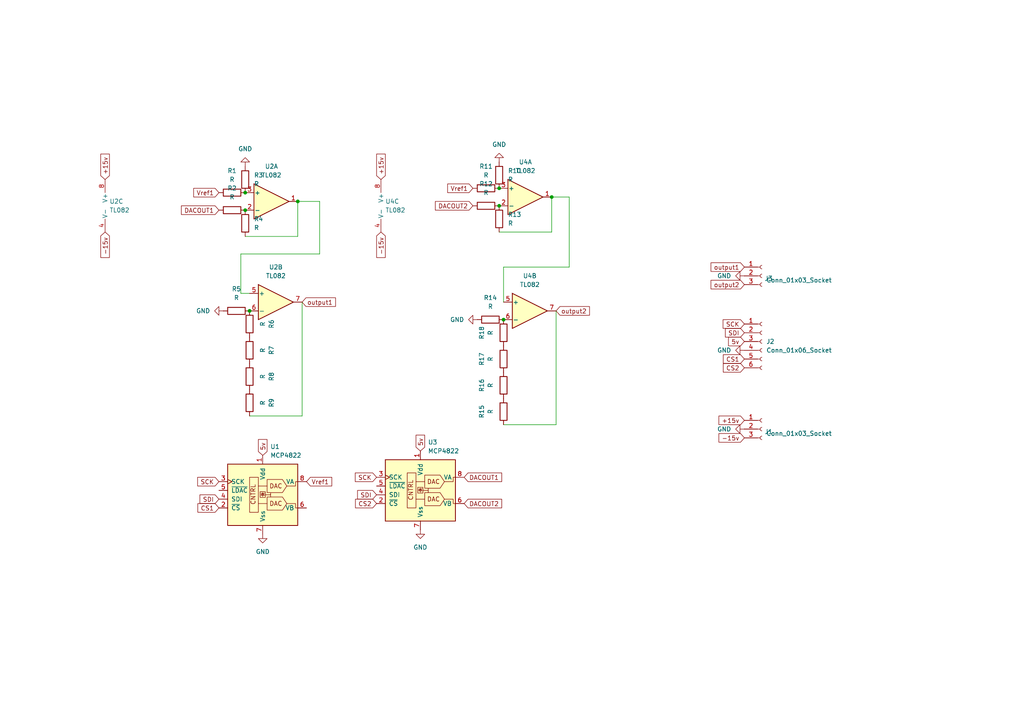
<source format=kicad_sch>
(kicad_sch
	(version 20231120)
	(generator "eeschema")
	(generator_version "8.0")
	(uuid "6437940f-85b6-4a24-970b-9ad3b1581778")
	(paper "A4")
	(lib_symbols
		(symbol "Amplifier_Operational:TL082"
			(pin_names
				(offset 0.127)
			)
			(exclude_from_sim no)
			(in_bom yes)
			(on_board yes)
			(property "Reference" "U"
				(at 0 5.08 0)
				(effects
					(font
						(size 1.27 1.27)
					)
					(justify left)
				)
			)
			(property "Value" "TL082"
				(at 0 -5.08 0)
				(effects
					(font
						(size 1.27 1.27)
					)
					(justify left)
				)
			)
			(property "Footprint" ""
				(at 0 0 0)
				(effects
					(font
						(size 1.27 1.27)
					)
					(hide yes)
				)
			)
			(property "Datasheet" "http://www.ti.com/lit/ds/symlink/tl081.pdf"
				(at 0 0 0)
				(effects
					(font
						(size 1.27 1.27)
					)
					(hide yes)
				)
			)
			(property "Description" "Dual JFET-Input Operational Amplifiers, DIP-8/SOIC-8/SSOP-8"
				(at 0 0 0)
				(effects
					(font
						(size 1.27 1.27)
					)
					(hide yes)
				)
			)
			(property "ki_locked" ""
				(at 0 0 0)
				(effects
					(font
						(size 1.27 1.27)
					)
				)
			)
			(property "ki_keywords" "dual opamp"
				(at 0 0 0)
				(effects
					(font
						(size 1.27 1.27)
					)
					(hide yes)
				)
			)
			(property "ki_fp_filters" "SOIC*3.9x4.9mm*P1.27mm* DIP*W7.62mm* TO*99* OnSemi*Micro8* TSSOP*3x3mm*P0.65mm* TSSOP*4.4x3mm*P0.65mm* MSOP*3x3mm*P0.65mm* SSOP*3.9x4.9mm*P0.635mm* LFCSP*2x2mm*P0.5mm* *SIP* SOIC*5.3x6.2mm*P1.27mm*"
				(at 0 0 0)
				(effects
					(font
						(size 1.27 1.27)
					)
					(hide yes)
				)
			)
			(symbol "TL082_1_1"
				(polyline
					(pts
						(xy -5.08 5.08) (xy 5.08 0) (xy -5.08 -5.08) (xy -5.08 5.08)
					)
					(stroke
						(width 0.254)
						(type default)
					)
					(fill
						(type background)
					)
				)
				(pin output line
					(at 7.62 0 180)
					(length 2.54)
					(name "~"
						(effects
							(font
								(size 1.27 1.27)
							)
						)
					)
					(number "1"
						(effects
							(font
								(size 1.27 1.27)
							)
						)
					)
				)
				(pin input line
					(at -7.62 -2.54 0)
					(length 2.54)
					(name "-"
						(effects
							(font
								(size 1.27 1.27)
							)
						)
					)
					(number "2"
						(effects
							(font
								(size 1.27 1.27)
							)
						)
					)
				)
				(pin input line
					(at -7.62 2.54 0)
					(length 2.54)
					(name "+"
						(effects
							(font
								(size 1.27 1.27)
							)
						)
					)
					(number "3"
						(effects
							(font
								(size 1.27 1.27)
							)
						)
					)
				)
			)
			(symbol "TL082_2_1"
				(polyline
					(pts
						(xy -5.08 5.08) (xy 5.08 0) (xy -5.08 -5.08) (xy -5.08 5.08)
					)
					(stroke
						(width 0.254)
						(type default)
					)
					(fill
						(type background)
					)
				)
				(pin input line
					(at -7.62 2.54 0)
					(length 2.54)
					(name "+"
						(effects
							(font
								(size 1.27 1.27)
							)
						)
					)
					(number "5"
						(effects
							(font
								(size 1.27 1.27)
							)
						)
					)
				)
				(pin input line
					(at -7.62 -2.54 0)
					(length 2.54)
					(name "-"
						(effects
							(font
								(size 1.27 1.27)
							)
						)
					)
					(number "6"
						(effects
							(font
								(size 1.27 1.27)
							)
						)
					)
				)
				(pin output line
					(at 7.62 0 180)
					(length 2.54)
					(name "~"
						(effects
							(font
								(size 1.27 1.27)
							)
						)
					)
					(number "7"
						(effects
							(font
								(size 1.27 1.27)
							)
						)
					)
				)
			)
			(symbol "TL082_3_1"
				(pin power_in line
					(at -2.54 -7.62 90)
					(length 3.81)
					(name "V-"
						(effects
							(font
								(size 1.27 1.27)
							)
						)
					)
					(number "4"
						(effects
							(font
								(size 1.27 1.27)
							)
						)
					)
				)
				(pin power_in line
					(at -2.54 7.62 270)
					(length 3.81)
					(name "V+"
						(effects
							(font
								(size 1.27 1.27)
							)
						)
					)
					(number "8"
						(effects
							(font
								(size 1.27 1.27)
							)
						)
					)
				)
			)
		)
		(symbol "Analog_DAC:MCP4822"
			(pin_names
				(offset 1.016)
			)
			(exclude_from_sim no)
			(in_bom yes)
			(on_board yes)
			(property "Reference" "U"
				(at -2.54 10.795 0)
				(effects
					(font
						(size 1.27 1.27)
					)
					(justify right)
				)
			)
			(property "Value" "MCP4822"
				(at -2.54 8.89 0)
				(effects
					(font
						(size 1.27 1.27)
					)
					(justify right)
				)
			)
			(property "Footprint" ""
				(at 20.32 -7.62 0)
				(effects
					(font
						(size 1.27 1.27)
					)
					(hide yes)
				)
			)
			(property "Datasheet" "http://ww1.microchip.com/downloads/en/DeviceDoc/20002249B.pdf"
				(at 20.32 -7.62 0)
				(effects
					(font
						(size 1.27 1.27)
					)
					(hide yes)
				)
			)
			(property "Description" "2-Channel 12-Bit D/A Converters with SPI Interface and Internal Reference (2.048V)"
				(at 0 0 0)
				(effects
					(font
						(size 1.27 1.27)
					)
					(hide yes)
				)
			)
			(property "ki_keywords" "12-Bit DAC SPI Reference 2ch"
				(at 0 0 0)
				(effects
					(font
						(size 1.27 1.27)
					)
					(hide yes)
				)
			)
			(property "ki_fp_filters" "DIP*W7.62mm* SOIC*3.9x4.9mm*P1.27mm* MSOP*3x3mm*P0.65mm*"
				(at 0 0 0)
				(effects
					(font
						(size 1.27 1.27)
					)
					(hide yes)
				)
			)
			(symbol "MCP4822_0_0"
				(polyline
					(pts
						(xy 0 -1.778) (xy 0 -0.635)
					)
					(stroke
						(width 0)
						(type default)
					)
					(fill
						(type none)
					)
				)
				(polyline
					(pts
						(xy 0.381 -0.889) (xy 0.508 -0.762)
					)
					(stroke
						(width 0)
						(type default)
					)
					(fill
						(type none)
					)
				)
				(polyline
					(pts
						(xy 2.286 -1.143) (xy 2.286 -1.905)
					)
					(stroke
						(width 0)
						(type default)
					)
					(fill
						(type none)
					)
				)
				(polyline
					(pts
						(xy 0.381 -0.889) (xy -0.381 -0.889) (xy -0.508 -1.016)
					)
					(stroke
						(width 0)
						(type default)
					)
					(fill
						(type none)
					)
				)
				(polyline
					(pts
						(xy 0.762 -1.27) (xy 2.286 -1.27) (xy 2.286 -0.762)
					)
					(stroke
						(width 0)
						(type default)
					)
					(fill
						(type none)
					)
				)
				(polyline
					(pts
						(xy 0 -0.889) (xy 0.508 -1.397) (xy -0.508 -1.397) (xy 0 -0.889)
					)
					(stroke
						(width 0)
						(type default)
					)
					(fill
						(type none)
					)
				)
				(polyline
					(pts
						(xy 6.985 -3.81) (xy 9.525 -3.81) (xy 9.525 -5.08) (xy 10.16 -5.08)
					)
					(stroke
						(width 0)
						(type default)
					)
					(fill
						(type none)
					)
				)
				(polyline
					(pts
						(xy 6.985 1.27) (xy 9.525 1.27) (xy 9.525 2.54) (xy 10.16 2.54)
					)
					(stroke
						(width 0)
						(type default)
					)
					(fill
						(type none)
					)
				)
				(rectangle
					(start 0.762 -0.381)
					(end -0.762 -2.032)
					(stroke
						(width 0)
						(type default)
					)
					(fill
						(type none)
					)
				)
				(text "CNTRL"
					(at -2.032 -4.191 900)
					(effects
						(font
							(size 1.27 1.27)
						)
						(justify left bottom)
					)
				)
				(text "DAC"
					(at 3.81 -3.81 0)
					(effects
						(font
							(size 1.27 1.27)
						)
					)
				)
				(text "DAC"
					(at 3.81 1.27 0)
					(effects
						(font
							(size 1.27 1.27)
						)
					)
				)
			)
			(symbol "MCP4822_0_1"
				(rectangle
					(start -10.16 7.62)
					(end 10.16 -10.16)
					(stroke
						(width 0.254)
						(type default)
					)
					(fill
						(type background)
					)
				)
				(rectangle
					(start -1.27 -6.35)
					(end -3.81 3.81)
					(stroke
						(width 0)
						(type default)
					)
					(fill
						(type none)
					)
				)
				(polyline
					(pts
						(xy 1.27 -3.81) (xy -1.27 -3.81)
					)
					(stroke
						(width 0)
						(type default)
					)
					(fill
						(type none)
					)
				)
				(polyline
					(pts
						(xy 1.27 1.27) (xy -1.27 1.27)
					)
					(stroke
						(width 0)
						(type default)
					)
					(fill
						(type none)
					)
				)
				(polyline
					(pts
						(xy 6.985 -3.81) (xy 5.715 -1.905) (xy 1.27 -1.905) (xy 1.27 -5.715) (xy 5.715 -5.715) (xy 6.985 -3.81)
					)
					(stroke
						(width 0)
						(type default)
					)
					(fill
						(type none)
					)
				)
				(polyline
					(pts
						(xy 6.985 1.27) (xy 5.715 3.175) (xy 1.27 3.175) (xy 1.27 -0.635) (xy 5.715 -0.635) (xy 6.985 1.27)
					)
					(stroke
						(width 0)
						(type default)
					)
					(fill
						(type none)
					)
				)
			)
			(symbol "MCP4822_1_1"
				(pin power_in line
					(at 0 10.16 270)
					(length 2.54)
					(name "Vdd"
						(effects
							(font
								(size 1.27 1.27)
							)
						)
					)
					(number "1"
						(effects
							(font
								(size 1.27 1.27)
							)
						)
					)
				)
				(pin input line
					(at -12.7 -5.08 0)
					(length 2.54)
					(name "~{CS}"
						(effects
							(font
								(size 1.27 1.27)
							)
						)
					)
					(number "2"
						(effects
							(font
								(size 1.27 1.27)
							)
						)
					)
				)
				(pin input clock
					(at -12.7 2.54 0)
					(length 2.54)
					(name "SCK"
						(effects
							(font
								(size 1.27 1.27)
							)
						)
					)
					(number "3"
						(effects
							(font
								(size 1.27 1.27)
							)
						)
					)
				)
				(pin input line
					(at -12.7 -2.54 0)
					(length 2.54)
					(name "SDI"
						(effects
							(font
								(size 1.27 1.27)
							)
						)
					)
					(number "4"
						(effects
							(font
								(size 1.27 1.27)
							)
						)
					)
				)
				(pin input line
					(at -12.7 0 0)
					(length 2.54)
					(name "~{LDAC}"
						(effects
							(font
								(size 1.27 1.27)
							)
						)
					)
					(number "5"
						(effects
							(font
								(size 1.27 1.27)
							)
						)
					)
				)
				(pin output line
					(at 12.7 -5.08 180)
					(length 2.54)
					(name "VB"
						(effects
							(font
								(size 1.27 1.27)
							)
						)
					)
					(number "6"
						(effects
							(font
								(size 1.27 1.27)
							)
						)
					)
				)
				(pin power_in line
					(at 0 -12.7 90)
					(length 2.54)
					(name "Vss"
						(effects
							(font
								(size 1.27 1.27)
							)
						)
					)
					(number "7"
						(effects
							(font
								(size 1.27 1.27)
							)
						)
					)
				)
				(pin output line
					(at 12.7 2.54 180)
					(length 2.54)
					(name "VA"
						(effects
							(font
								(size 1.27 1.27)
							)
						)
					)
					(number "8"
						(effects
							(font
								(size 1.27 1.27)
							)
						)
					)
				)
			)
		)
		(symbol "Connector:Conn_01x03_Socket"
			(pin_names
				(offset 1.016) hide)
			(exclude_from_sim no)
			(in_bom yes)
			(on_board yes)
			(property "Reference" "J"
				(at 0 5.08 0)
				(effects
					(font
						(size 1.27 1.27)
					)
				)
			)
			(property "Value" "Conn_01x03_Socket"
				(at 0 -5.08 0)
				(effects
					(font
						(size 1.27 1.27)
					)
				)
			)
			(property "Footprint" ""
				(at 0 0 0)
				(effects
					(font
						(size 1.27 1.27)
					)
					(hide yes)
				)
			)
			(property "Datasheet" "~"
				(at 0 0 0)
				(effects
					(font
						(size 1.27 1.27)
					)
					(hide yes)
				)
			)
			(property "Description" "Generic connector, single row, 01x03, script generated"
				(at 0 0 0)
				(effects
					(font
						(size 1.27 1.27)
					)
					(hide yes)
				)
			)
			(property "ki_locked" ""
				(at 0 0 0)
				(effects
					(font
						(size 1.27 1.27)
					)
				)
			)
			(property "ki_keywords" "connector"
				(at 0 0 0)
				(effects
					(font
						(size 1.27 1.27)
					)
					(hide yes)
				)
			)
			(property "ki_fp_filters" "Connector*:*_1x??_*"
				(at 0 0 0)
				(effects
					(font
						(size 1.27 1.27)
					)
					(hide yes)
				)
			)
			(symbol "Conn_01x03_Socket_1_1"
				(arc
					(start 0 -2.032)
					(mid -0.5058 -2.54)
					(end 0 -3.048)
					(stroke
						(width 0.1524)
						(type default)
					)
					(fill
						(type none)
					)
				)
				(polyline
					(pts
						(xy -1.27 -2.54) (xy -0.508 -2.54)
					)
					(stroke
						(width 0.1524)
						(type default)
					)
					(fill
						(type none)
					)
				)
				(polyline
					(pts
						(xy -1.27 0) (xy -0.508 0)
					)
					(stroke
						(width 0.1524)
						(type default)
					)
					(fill
						(type none)
					)
				)
				(polyline
					(pts
						(xy -1.27 2.54) (xy -0.508 2.54)
					)
					(stroke
						(width 0.1524)
						(type default)
					)
					(fill
						(type none)
					)
				)
				(arc
					(start 0 0.508)
					(mid -0.5058 0)
					(end 0 -0.508)
					(stroke
						(width 0.1524)
						(type default)
					)
					(fill
						(type none)
					)
				)
				(arc
					(start 0 3.048)
					(mid -0.5058 2.54)
					(end 0 2.032)
					(stroke
						(width 0.1524)
						(type default)
					)
					(fill
						(type none)
					)
				)
				(pin passive line
					(at -5.08 2.54 0)
					(length 3.81)
					(name "Pin_1"
						(effects
							(font
								(size 1.27 1.27)
							)
						)
					)
					(number "1"
						(effects
							(font
								(size 1.27 1.27)
							)
						)
					)
				)
				(pin passive line
					(at -5.08 0 0)
					(length 3.81)
					(name "Pin_2"
						(effects
							(font
								(size 1.27 1.27)
							)
						)
					)
					(number "2"
						(effects
							(font
								(size 1.27 1.27)
							)
						)
					)
				)
				(pin passive line
					(at -5.08 -2.54 0)
					(length 3.81)
					(name "Pin_3"
						(effects
							(font
								(size 1.27 1.27)
							)
						)
					)
					(number "3"
						(effects
							(font
								(size 1.27 1.27)
							)
						)
					)
				)
			)
		)
		(symbol "Connector:Conn_01x06_Socket"
			(pin_names
				(offset 1.016) hide)
			(exclude_from_sim no)
			(in_bom yes)
			(on_board yes)
			(property "Reference" "J"
				(at 0 7.62 0)
				(effects
					(font
						(size 1.27 1.27)
					)
				)
			)
			(property "Value" "Conn_01x06_Socket"
				(at 0 -10.16 0)
				(effects
					(font
						(size 1.27 1.27)
					)
				)
			)
			(property "Footprint" ""
				(at 0 0 0)
				(effects
					(font
						(size 1.27 1.27)
					)
					(hide yes)
				)
			)
			(property "Datasheet" "~"
				(at 0 0 0)
				(effects
					(font
						(size 1.27 1.27)
					)
					(hide yes)
				)
			)
			(property "Description" "Generic connector, single row, 01x06, script generated"
				(at 0 0 0)
				(effects
					(font
						(size 1.27 1.27)
					)
					(hide yes)
				)
			)
			(property "ki_locked" ""
				(at 0 0 0)
				(effects
					(font
						(size 1.27 1.27)
					)
				)
			)
			(property "ki_keywords" "connector"
				(at 0 0 0)
				(effects
					(font
						(size 1.27 1.27)
					)
					(hide yes)
				)
			)
			(property "ki_fp_filters" "Connector*:*_1x??_*"
				(at 0 0 0)
				(effects
					(font
						(size 1.27 1.27)
					)
					(hide yes)
				)
			)
			(symbol "Conn_01x06_Socket_1_1"
				(arc
					(start 0 -7.112)
					(mid -0.5058 -7.62)
					(end 0 -8.128)
					(stroke
						(width 0.1524)
						(type default)
					)
					(fill
						(type none)
					)
				)
				(arc
					(start 0 -4.572)
					(mid -0.5058 -5.08)
					(end 0 -5.588)
					(stroke
						(width 0.1524)
						(type default)
					)
					(fill
						(type none)
					)
				)
				(arc
					(start 0 -2.032)
					(mid -0.5058 -2.54)
					(end 0 -3.048)
					(stroke
						(width 0.1524)
						(type default)
					)
					(fill
						(type none)
					)
				)
				(polyline
					(pts
						(xy -1.27 -7.62) (xy -0.508 -7.62)
					)
					(stroke
						(width 0.1524)
						(type default)
					)
					(fill
						(type none)
					)
				)
				(polyline
					(pts
						(xy -1.27 -5.08) (xy -0.508 -5.08)
					)
					(stroke
						(width 0.1524)
						(type default)
					)
					(fill
						(type none)
					)
				)
				(polyline
					(pts
						(xy -1.27 -2.54) (xy -0.508 -2.54)
					)
					(stroke
						(width 0.1524)
						(type default)
					)
					(fill
						(type none)
					)
				)
				(polyline
					(pts
						(xy -1.27 0) (xy -0.508 0)
					)
					(stroke
						(width 0.1524)
						(type default)
					)
					(fill
						(type none)
					)
				)
				(polyline
					(pts
						(xy -1.27 2.54) (xy -0.508 2.54)
					)
					(stroke
						(width 0.1524)
						(type default)
					)
					(fill
						(type none)
					)
				)
				(polyline
					(pts
						(xy -1.27 5.08) (xy -0.508 5.08)
					)
					(stroke
						(width 0.1524)
						(type default)
					)
					(fill
						(type none)
					)
				)
				(arc
					(start 0 0.508)
					(mid -0.5058 0)
					(end 0 -0.508)
					(stroke
						(width 0.1524)
						(type default)
					)
					(fill
						(type none)
					)
				)
				(arc
					(start 0 3.048)
					(mid -0.5058 2.54)
					(end 0 2.032)
					(stroke
						(width 0.1524)
						(type default)
					)
					(fill
						(type none)
					)
				)
				(arc
					(start 0 5.588)
					(mid -0.5058 5.08)
					(end 0 4.572)
					(stroke
						(width 0.1524)
						(type default)
					)
					(fill
						(type none)
					)
				)
				(pin passive line
					(at -5.08 5.08 0)
					(length 3.81)
					(name "Pin_1"
						(effects
							(font
								(size 1.27 1.27)
							)
						)
					)
					(number "1"
						(effects
							(font
								(size 1.27 1.27)
							)
						)
					)
				)
				(pin passive line
					(at -5.08 2.54 0)
					(length 3.81)
					(name "Pin_2"
						(effects
							(font
								(size 1.27 1.27)
							)
						)
					)
					(number "2"
						(effects
							(font
								(size 1.27 1.27)
							)
						)
					)
				)
				(pin passive line
					(at -5.08 0 0)
					(length 3.81)
					(name "Pin_3"
						(effects
							(font
								(size 1.27 1.27)
							)
						)
					)
					(number "3"
						(effects
							(font
								(size 1.27 1.27)
							)
						)
					)
				)
				(pin passive line
					(at -5.08 -2.54 0)
					(length 3.81)
					(name "Pin_4"
						(effects
							(font
								(size 1.27 1.27)
							)
						)
					)
					(number "4"
						(effects
							(font
								(size 1.27 1.27)
							)
						)
					)
				)
				(pin passive line
					(at -5.08 -5.08 0)
					(length 3.81)
					(name "Pin_5"
						(effects
							(font
								(size 1.27 1.27)
							)
						)
					)
					(number "5"
						(effects
							(font
								(size 1.27 1.27)
							)
						)
					)
				)
				(pin passive line
					(at -5.08 -7.62 0)
					(length 3.81)
					(name "Pin_6"
						(effects
							(font
								(size 1.27 1.27)
							)
						)
					)
					(number "6"
						(effects
							(font
								(size 1.27 1.27)
							)
						)
					)
				)
			)
		)
		(symbol "Device:R"
			(pin_numbers hide)
			(pin_names
				(offset 0)
			)
			(exclude_from_sim no)
			(in_bom yes)
			(on_board yes)
			(property "Reference" "R"
				(at 2.032 0 90)
				(effects
					(font
						(size 1.27 1.27)
					)
				)
			)
			(property "Value" "R"
				(at 0 0 90)
				(effects
					(font
						(size 1.27 1.27)
					)
				)
			)
			(property "Footprint" ""
				(at -1.778 0 90)
				(effects
					(font
						(size 1.27 1.27)
					)
					(hide yes)
				)
			)
			(property "Datasheet" "~"
				(at 0 0 0)
				(effects
					(font
						(size 1.27 1.27)
					)
					(hide yes)
				)
			)
			(property "Description" "Resistor"
				(at 0 0 0)
				(effects
					(font
						(size 1.27 1.27)
					)
					(hide yes)
				)
			)
			(property "ki_keywords" "R res resistor"
				(at 0 0 0)
				(effects
					(font
						(size 1.27 1.27)
					)
					(hide yes)
				)
			)
			(property "ki_fp_filters" "R_*"
				(at 0 0 0)
				(effects
					(font
						(size 1.27 1.27)
					)
					(hide yes)
				)
			)
			(symbol "R_0_1"
				(rectangle
					(start -1.016 -2.54)
					(end 1.016 2.54)
					(stroke
						(width 0.254)
						(type default)
					)
					(fill
						(type none)
					)
				)
			)
			(symbol "R_1_1"
				(pin passive line
					(at 0 3.81 270)
					(length 1.27)
					(name "~"
						(effects
							(font
								(size 1.27 1.27)
							)
						)
					)
					(number "1"
						(effects
							(font
								(size 1.27 1.27)
							)
						)
					)
				)
				(pin passive line
					(at 0 -3.81 90)
					(length 1.27)
					(name "~"
						(effects
							(font
								(size 1.27 1.27)
							)
						)
					)
					(number "2"
						(effects
							(font
								(size 1.27 1.27)
							)
						)
					)
				)
			)
		)
		(symbol "power:GND"
			(power)
			(pin_numbers hide)
			(pin_names
				(offset 0) hide)
			(exclude_from_sim no)
			(in_bom yes)
			(on_board yes)
			(property "Reference" "#PWR"
				(at 0 -6.35 0)
				(effects
					(font
						(size 1.27 1.27)
					)
					(hide yes)
				)
			)
			(property "Value" "GND"
				(at 0 -3.81 0)
				(effects
					(font
						(size 1.27 1.27)
					)
				)
			)
			(property "Footprint" ""
				(at 0 0 0)
				(effects
					(font
						(size 1.27 1.27)
					)
					(hide yes)
				)
			)
			(property "Datasheet" ""
				(at 0 0 0)
				(effects
					(font
						(size 1.27 1.27)
					)
					(hide yes)
				)
			)
			(property "Description" "Power symbol creates a global label with name \"GND\" , ground"
				(at 0 0 0)
				(effects
					(font
						(size 1.27 1.27)
					)
					(hide yes)
				)
			)
			(property "ki_keywords" "global power"
				(at 0 0 0)
				(effects
					(font
						(size 1.27 1.27)
					)
					(hide yes)
				)
			)
			(symbol "GND_0_1"
				(polyline
					(pts
						(xy 0 0) (xy 0 -1.27) (xy 1.27 -1.27) (xy 0 -2.54) (xy -1.27 -1.27) (xy 0 -1.27)
					)
					(stroke
						(width 0)
						(type default)
					)
					(fill
						(type none)
					)
				)
			)
			(symbol "GND_1_1"
				(pin power_in line
					(at 0 0 270)
					(length 0)
					(name "~"
						(effects
							(font
								(size 1.27 1.27)
							)
						)
					)
					(number "1"
						(effects
							(font
								(size 1.27 1.27)
							)
						)
					)
				)
			)
		)
	)
	(junction
		(at 72.39 90.17)
		(diameter 0)
		(color 0 0 0 0)
		(uuid "0fe40550-ca29-49db-9df8-d5f7c4205d66")
	)
	(junction
		(at 144.78 54.61)
		(diameter 0)
		(color 0 0 0 0)
		(uuid "1f92c822-66e4-4ad7-9d0a-7b01cdd532df")
	)
	(junction
		(at 71.12 60.96)
		(diameter 0)
		(color 0 0 0 0)
		(uuid "55d30297-8a6a-4538-91b7-cd31a371115f")
	)
	(junction
		(at 160.02 57.15)
		(diameter 0)
		(color 0 0 0 0)
		(uuid "825956f5-c97c-409c-9472-63eb90bff7cd")
	)
	(junction
		(at 144.78 59.69)
		(diameter 0)
		(color 0 0 0 0)
		(uuid "86f82fc7-e308-48f1-bc93-ba98778d991a")
	)
	(junction
		(at 86.36 58.42)
		(diameter 0)
		(color 0 0 0 0)
		(uuid "a6557a19-5ce9-4acb-a6b1-d477d13be008")
	)
	(junction
		(at 146.05 92.71)
		(diameter 0)
		(color 0 0 0 0)
		(uuid "d25c517f-2497-4b15-bc6d-2243c76b3e29")
	)
	(junction
		(at 71.12 55.88)
		(diameter 0)
		(color 0 0 0 0)
		(uuid "f0d55ca5-2763-4ac0-8882-228153c06a17")
	)
	(wire
		(pts
			(xy 69.85 73.66) (xy 69.85 85.09)
		)
		(stroke
			(width 0)
			(type default)
		)
		(uuid "05232b6a-af23-474c-8bd0-5c8bd310d449")
	)
	(wire
		(pts
			(xy 146.05 77.47) (xy 146.05 87.63)
		)
		(stroke
			(width 0)
			(type default)
		)
		(uuid "13a9b832-aee2-49d9-86d5-1a7d7b62a1ac")
	)
	(wire
		(pts
			(xy 144.78 67.31) (xy 160.02 67.31)
		)
		(stroke
			(width 0)
			(type default)
		)
		(uuid "1763503e-a76b-4ecc-937a-d73cacdbbfd3")
	)
	(wire
		(pts
			(xy 160.02 57.15) (xy 165.1 57.15)
		)
		(stroke
			(width 0)
			(type default)
		)
		(uuid "24c9f145-4354-47da-955e-574117cba482")
	)
	(wire
		(pts
			(xy 160.02 67.31) (xy 160.02 57.15)
		)
		(stroke
			(width 0)
			(type default)
		)
		(uuid "26b8f3e9-af24-4a03-ad5d-334eca235e96")
	)
	(wire
		(pts
			(xy 146.05 123.19) (xy 161.29 123.19)
		)
		(stroke
			(width 0)
			(type default)
		)
		(uuid "2ce326b5-5400-4be6-9843-831c58eeadcc")
	)
	(wire
		(pts
			(xy 86.36 58.42) (xy 92.71 58.42)
		)
		(stroke
			(width 0)
			(type default)
		)
		(uuid "67ffb7cc-750b-4a45-be51-66721e6623bb")
	)
	(wire
		(pts
			(xy 92.71 73.66) (xy 69.85 73.66)
		)
		(stroke
			(width 0)
			(type default)
		)
		(uuid "6f7a900a-1b7d-4044-8fba-34c599d901ea")
	)
	(wire
		(pts
			(xy 69.85 85.09) (xy 72.39 85.09)
		)
		(stroke
			(width 0)
			(type default)
		)
		(uuid "79c77e0f-5657-4bd9-8ecf-8a966fdae37a")
	)
	(wire
		(pts
			(xy 71.12 68.58) (xy 86.36 68.58)
		)
		(stroke
			(width 0)
			(type default)
		)
		(uuid "ab01a6e5-4d72-4b68-aeaf-bea02a3492ed")
	)
	(wire
		(pts
			(xy 161.29 123.19) (xy 161.29 90.17)
		)
		(stroke
			(width 0)
			(type default)
		)
		(uuid "bb834f6c-16f2-47e2-b857-4461630924ca")
	)
	(wire
		(pts
			(xy 165.1 77.47) (xy 146.05 77.47)
		)
		(stroke
			(width 0)
			(type default)
		)
		(uuid "bc498794-3954-4b5d-8732-9fd88c48b6b7")
	)
	(wire
		(pts
			(xy 92.71 58.42) (xy 92.71 73.66)
		)
		(stroke
			(width 0)
			(type default)
		)
		(uuid "c2ad20c8-a881-4fab-a5b7-47134a72aca2")
	)
	(wire
		(pts
			(xy 72.39 120.65) (xy 87.63 120.65)
		)
		(stroke
			(width 0)
			(type default)
		)
		(uuid "d2e42979-40cb-4eaf-93ed-4c55c1859f42")
	)
	(wire
		(pts
			(xy 87.63 120.65) (xy 87.63 87.63)
		)
		(stroke
			(width 0)
			(type default)
		)
		(uuid "d3e7884d-4026-4adb-8a15-166c9c56904a")
	)
	(wire
		(pts
			(xy 165.1 57.15) (xy 165.1 77.47)
		)
		(stroke
			(width 0)
			(type default)
		)
		(uuid "d4e60067-dcfb-4d5b-bcf9-c23787dc3bde")
	)
	(wire
		(pts
			(xy 86.36 68.58) (xy 86.36 58.42)
		)
		(stroke
			(width 0)
			(type default)
		)
		(uuid "dde66fd6-78f1-4e45-9a86-9816ba715a14")
	)
	(global_label "CS2"
		(shape input)
		(at 109.22 146.05 180)
		(fields_autoplaced yes)
		(effects
			(font
				(size 1.27 1.27)
			)
			(justify right)
		)
		(uuid "031e8086-ec3a-4263-a473-6460ce414f6f")
		(property "Intersheetrefs" "${INTERSHEET_REFS}"
			(at 102.5458 146.05 0)
			(effects
				(font
					(size 1.27 1.27)
				)
				(justify right)
				(hide yes)
			)
		)
	)
	(global_label "-15v"
		(shape input)
		(at 110.49 67.31 270)
		(fields_autoplaced yes)
		(effects
			(font
				(size 1.27 1.27)
			)
			(justify right)
		)
		(uuid "0480e1fb-40f1-487c-b1fb-a2b3b239521c")
		(property "Intersheetrefs" "${INTERSHEET_REFS}"
			(at 110.49 75.2542 90)
			(effects
				(font
					(size 1.27 1.27)
				)
				(justify right)
				(hide yes)
			)
		)
	)
	(global_label "SDI"
		(shape input)
		(at 215.9 96.52 180)
		(fields_autoplaced yes)
		(effects
			(font
				(size 1.27 1.27)
			)
			(justify right)
		)
		(uuid "0d4e0bfb-36e0-4868-a3dd-56d6a0ea3702")
		(property "Intersheetrefs" "${INTERSHEET_REFS}"
			(at 209.8305 96.52 0)
			(effects
				(font
					(size 1.27 1.27)
				)
				(justify right)
				(hide yes)
			)
		)
	)
	(global_label "SCK"
		(shape input)
		(at 63.5 139.7 180)
		(fields_autoplaced yes)
		(effects
			(font
				(size 1.27 1.27)
			)
			(justify right)
		)
		(uuid "10129538-83c0-48c6-9097-bb2d86a45805")
		(property "Intersheetrefs" "${INTERSHEET_REFS}"
			(at 56.7653 139.7 0)
			(effects
				(font
					(size 1.27 1.27)
				)
				(justify right)
				(hide yes)
			)
		)
	)
	(global_label "DACOUT2"
		(shape input)
		(at 137.16 59.69 180)
		(fields_autoplaced yes)
		(effects
			(font
				(size 1.27 1.27)
			)
			(justify right)
		)
		(uuid "18485d99-ca02-4ed5-a874-a499c3429751")
		(property "Intersheetrefs" "${INTERSHEET_REFS}"
			(at 125.7081 59.69 0)
			(effects
				(font
					(size 1.27 1.27)
				)
				(justify right)
				(hide yes)
			)
		)
	)
	(global_label "-15v"
		(shape input)
		(at 215.9 127 180)
		(fields_autoplaced yes)
		(effects
			(font
				(size 1.27 1.27)
			)
			(justify right)
		)
		(uuid "1aebb852-e888-41e8-a412-ce1a49656ace")
		(property "Intersheetrefs" "${INTERSHEET_REFS}"
			(at 207.9558 127 0)
			(effects
				(font
					(size 1.27 1.27)
				)
				(justify right)
				(hide yes)
			)
		)
	)
	(global_label "DACOUT1"
		(shape input)
		(at 134.62 138.43 0)
		(fields_autoplaced yes)
		(effects
			(font
				(size 1.27 1.27)
			)
			(justify left)
		)
		(uuid "2d9c6407-86a5-4d25-bc1e-5f955b656d87")
		(property "Intersheetrefs" "${INTERSHEET_REFS}"
			(at 146.0719 138.43 0)
			(effects
				(font
					(size 1.27 1.27)
				)
				(justify left)
				(hide yes)
			)
		)
	)
	(global_label "CS2"
		(shape input)
		(at 215.9 106.68 180)
		(fields_autoplaced yes)
		(effects
			(font
				(size 1.27 1.27)
			)
			(justify right)
		)
		(uuid "35e4b6b0-6246-4412-89be-42688326972f")
		(property "Intersheetrefs" "${INTERSHEET_REFS}"
			(at 209.2258 106.68 0)
			(effects
				(font
					(size 1.27 1.27)
				)
				(justify right)
				(hide yes)
			)
		)
	)
	(global_label "DACOUT1"
		(shape input)
		(at 63.5 60.96 180)
		(fields_autoplaced yes)
		(effects
			(font
				(size 1.27 1.27)
			)
			(justify right)
		)
		(uuid "3b26c07d-aae8-4c05-926d-55be2ea7fd2e")
		(property "Intersheetrefs" "${INTERSHEET_REFS}"
			(at 52.0481 60.96 0)
			(effects
				(font
					(size 1.27 1.27)
				)
				(justify right)
				(hide yes)
			)
		)
	)
	(global_label "Vref1"
		(shape input)
		(at 137.16 54.61 180)
		(fields_autoplaced yes)
		(effects
			(font
				(size 1.27 1.27)
			)
			(justify right)
		)
		(uuid "3ff01e72-2a08-48ec-ac1f-5cb034602df6")
		(property "Intersheetrefs" "${INTERSHEET_REFS}"
			(at 129.2762 54.61 0)
			(effects
				(font
					(size 1.27 1.27)
				)
				(justify right)
				(hide yes)
			)
		)
	)
	(global_label "-15v"
		(shape input)
		(at 30.48 67.31 270)
		(fields_autoplaced yes)
		(effects
			(font
				(size 1.27 1.27)
			)
			(justify right)
		)
		(uuid "4b94b6d3-4cfa-446e-9c70-56c283007d4b")
		(property "Intersheetrefs" "${INTERSHEET_REFS}"
			(at 30.48 75.2542 90)
			(effects
				(font
					(size 1.27 1.27)
				)
				(justify right)
				(hide yes)
			)
		)
	)
	(global_label "SDI"
		(shape input)
		(at 109.22 143.51 180)
		(fields_autoplaced yes)
		(effects
			(font
				(size 1.27 1.27)
			)
			(justify right)
		)
		(uuid "56f405d7-dcdd-4604-b84b-0cf5da654a3f")
		(property "Intersheetrefs" "${INTERSHEET_REFS}"
			(at 103.1505 143.51 0)
			(effects
				(font
					(size 1.27 1.27)
				)
				(justify right)
				(hide yes)
			)
		)
	)
	(global_label "output1"
		(shape input)
		(at 87.63 87.63 0)
		(fields_autoplaced yes)
		(effects
			(font
				(size 1.27 1.27)
			)
			(justify left)
		)
		(uuid "57ddd7e3-915f-4b0d-9420-8f30c6b45afa")
		(property "Intersheetrefs" "${INTERSHEET_REFS}"
			(at 97.8721 87.63 0)
			(effects
				(font
					(size 1.27 1.27)
				)
				(justify left)
				(hide yes)
			)
		)
	)
	(global_label "CS1"
		(shape input)
		(at 63.5 147.32 180)
		(fields_autoplaced yes)
		(effects
			(font
				(size 1.27 1.27)
			)
			(justify right)
		)
		(uuid "61b06dc5-316a-49f5-8461-be3b7eb20477")
		(property "Intersheetrefs" "${INTERSHEET_REFS}"
			(at 56.8258 147.32 0)
			(effects
				(font
					(size 1.27 1.27)
				)
				(justify right)
				(hide yes)
			)
		)
	)
	(global_label "CS1"
		(shape input)
		(at 215.9 104.14 180)
		(fields_autoplaced yes)
		(effects
			(font
				(size 1.27 1.27)
			)
			(justify right)
		)
		(uuid "6339b7b3-0a7b-4754-a7f4-679dd2b92fa0")
		(property "Intersheetrefs" "${INTERSHEET_REFS}"
			(at 209.2258 104.14 0)
			(effects
				(font
					(size 1.27 1.27)
				)
				(justify right)
				(hide yes)
			)
		)
	)
	(global_label "Vref1"
		(shape input)
		(at 63.5 55.88 180)
		(fields_autoplaced yes)
		(effects
			(font
				(size 1.27 1.27)
			)
			(justify right)
		)
		(uuid "759efb8d-e3f9-408a-abab-7410df6bd718")
		(property "Intersheetrefs" "${INTERSHEET_REFS}"
			(at 55.6162 55.88 0)
			(effects
				(font
					(size 1.27 1.27)
				)
				(justify right)
				(hide yes)
			)
		)
	)
	(global_label "output2"
		(shape input)
		(at 161.29 90.17 0)
		(fields_autoplaced yes)
		(effects
			(font
				(size 1.27 1.27)
			)
			(justify left)
		)
		(uuid "8b4765a9-6763-45fc-aac9-013876776cb7")
		(property "Intersheetrefs" "${INTERSHEET_REFS}"
			(at 171.5321 90.17 0)
			(effects
				(font
					(size 1.27 1.27)
				)
				(justify left)
				(hide yes)
			)
		)
	)
	(global_label "5v"
		(shape input)
		(at 215.9 99.06 180)
		(fields_autoplaced yes)
		(effects
			(font
				(size 1.27 1.27)
			)
			(justify right)
		)
		(uuid "a618d49c-eac6-4b3a-827d-5bb7c1f6672b")
		(property "Intersheetrefs" "${INTERSHEET_REFS}"
			(at 210.7377 99.06 0)
			(effects
				(font
					(size 1.27 1.27)
				)
				(justify right)
				(hide yes)
			)
		)
	)
	(global_label "+15v"
		(shape input)
		(at 110.49 52.07 90)
		(fields_autoplaced yes)
		(effects
			(font
				(size 1.27 1.27)
			)
			(justify left)
		)
		(uuid "be4cde79-730b-4ac7-895d-3c66517ede80")
		(property "Intersheetrefs" "${INTERSHEET_REFS}"
			(at 110.49 44.1258 90)
			(effects
				(font
					(size 1.27 1.27)
				)
				(justify left)
				(hide yes)
			)
		)
	)
	(global_label "+15v"
		(shape input)
		(at 215.9 121.92 180)
		(fields_autoplaced yes)
		(effects
			(font
				(size 1.27 1.27)
			)
			(justify right)
		)
		(uuid "c4e4d209-39dc-44fe-be32-3470d41a5778")
		(property "Intersheetrefs" "${INTERSHEET_REFS}"
			(at 207.9558 121.92 0)
			(effects
				(font
					(size 1.27 1.27)
				)
				(justify right)
				(hide yes)
			)
		)
	)
	(global_label "SCK"
		(shape input)
		(at 215.9 93.98 180)
		(fields_autoplaced yes)
		(effects
			(font
				(size 1.27 1.27)
			)
			(justify right)
		)
		(uuid "c6f08ab3-49b6-47be-acb5-720889483cb7")
		(property "Intersheetrefs" "${INTERSHEET_REFS}"
			(at 209.1653 93.98 0)
			(effects
				(font
					(size 1.27 1.27)
				)
				(justify right)
				(hide yes)
			)
		)
	)
	(global_label "output1"
		(shape input)
		(at 215.9 77.47 180)
		(fields_autoplaced yes)
		(effects
			(font
				(size 1.27 1.27)
			)
			(justify right)
		)
		(uuid "d505a5dc-da5c-4e47-a01d-521cb090a889")
		(property "Intersheetrefs" "${INTERSHEET_REFS}"
			(at 205.6579 77.47 0)
			(effects
				(font
					(size 1.27 1.27)
				)
				(justify right)
				(hide yes)
			)
		)
	)
	(global_label "output2"
		(shape input)
		(at 215.9 82.55 180)
		(fields_autoplaced yes)
		(effects
			(font
				(size 1.27 1.27)
			)
			(justify right)
		)
		(uuid "d70b2206-9fcf-4e12-b756-da46aa263acc")
		(property "Intersheetrefs" "${INTERSHEET_REFS}"
			(at 205.6579 82.55 0)
			(effects
				(font
					(size 1.27 1.27)
				)
				(justify right)
				(hide yes)
			)
		)
	)
	(global_label "5v"
		(shape input)
		(at 121.92 130.81 90)
		(fields_autoplaced yes)
		(effects
			(font
				(size 1.27 1.27)
			)
			(justify left)
		)
		(uuid "dfd85765-ae23-4eed-a796-7a55f01a057e")
		(property "Intersheetrefs" "${INTERSHEET_REFS}"
			(at 121.92 125.6477 90)
			(effects
				(font
					(size 1.27 1.27)
				)
				(justify left)
				(hide yes)
			)
		)
	)
	(global_label "Vref1"
		(shape input)
		(at 88.9 139.7 0)
		(fields_autoplaced yes)
		(effects
			(font
				(size 1.27 1.27)
			)
			(justify left)
		)
		(uuid "e17158cd-83fc-46a4-b375-c0aa27f15fdc")
		(property "Intersheetrefs" "${INTERSHEET_REFS}"
			(at 96.7838 139.7 0)
			(effects
				(font
					(size 1.27 1.27)
				)
				(justify left)
				(hide yes)
			)
		)
	)
	(global_label "5v"
		(shape input)
		(at 76.2 132.08 90)
		(fields_autoplaced yes)
		(effects
			(font
				(size 1.27 1.27)
			)
			(justify left)
		)
		(uuid "e25cac14-35cc-4c31-8c9e-867b8465d09d")
		(property "Intersheetrefs" "${INTERSHEET_REFS}"
			(at 76.2 126.9177 90)
			(effects
				(font
					(size 1.27 1.27)
				)
				(justify left)
				(hide yes)
			)
		)
	)
	(global_label "SCK"
		(shape input)
		(at 109.22 138.43 180)
		(fields_autoplaced yes)
		(effects
			(font
				(size 1.27 1.27)
			)
			(justify right)
		)
		(uuid "e65ad4b6-51d6-48a2-8e96-0109296fca9a")
		(property "Intersheetrefs" "${INTERSHEET_REFS}"
			(at 102.4853 138.43 0)
			(effects
				(font
					(size 1.27 1.27)
				)
				(justify right)
				(hide yes)
			)
		)
	)
	(global_label "DACOUT2"
		(shape input)
		(at 134.62 146.05 0)
		(fields_autoplaced yes)
		(effects
			(font
				(size 1.27 1.27)
			)
			(justify left)
		)
		(uuid "ea84c7e0-1709-483c-88a3-0b9d7ce12134")
		(property "Intersheetrefs" "${INTERSHEET_REFS}"
			(at 146.0719 146.05 0)
			(effects
				(font
					(size 1.27 1.27)
				)
				(justify left)
				(hide yes)
			)
		)
	)
	(global_label "+15v"
		(shape input)
		(at 30.48 52.07 90)
		(fields_autoplaced yes)
		(effects
			(font
				(size 1.27 1.27)
			)
			(justify left)
		)
		(uuid "f937203b-7e34-4438-855b-ac132161e0cf")
		(property "Intersheetrefs" "${INTERSHEET_REFS}"
			(at 30.48 44.1258 90)
			(effects
				(font
					(size 1.27 1.27)
				)
				(justify left)
				(hide yes)
			)
		)
	)
	(global_label "SDI"
		(shape input)
		(at 63.5 144.78 180)
		(fields_autoplaced yes)
		(effects
			(font
				(size 1.27 1.27)
			)
			(justify right)
		)
		(uuid "faa476d5-80be-42b3-a542-2ad38e98e843")
		(property "Intersheetrefs" "${INTERSHEET_REFS}"
			(at 57.4305 144.78 0)
			(effects
				(font
					(size 1.27 1.27)
				)
				(justify right)
				(hide yes)
			)
		)
	)
	(symbol
		(lib_id "Amplifier_Operational:TL082")
		(at 80.01 87.63 0)
		(unit 2)
		(exclude_from_sim no)
		(in_bom yes)
		(on_board yes)
		(dnp no)
		(fields_autoplaced yes)
		(uuid "00575625-5600-4cb2-bbbb-92fd5fbe46fb")
		(property "Reference" "U2"
			(at 80.01 77.47 0)
			(effects
				(font
					(size 1.27 1.27)
				)
			)
		)
		(property "Value" "TL082"
			(at 80.01 80.01 0)
			(effects
				(font
					(size 1.27 1.27)
				)
			)
		)
		(property "Footprint" ""
			(at 80.01 87.63 0)
			(effects
				(font
					(size 1.27 1.27)
				)
				(hide yes)
			)
		)
		(property "Datasheet" "http://www.ti.com/lit/ds/symlink/tl081.pdf"
			(at 80.01 87.63 0)
			(effects
				(font
					(size 1.27 1.27)
				)
				(hide yes)
			)
		)
		(property "Description" "Dual JFET-Input Operational Amplifiers, DIP-8/SOIC-8/SSOP-8"
			(at 80.01 87.63 0)
			(effects
				(font
					(size 1.27 1.27)
				)
				(hide yes)
			)
		)
		(pin "7"
			(uuid "27715b95-8949-406f-8125-21458e040cec")
		)
		(pin "5"
			(uuid "b37ab3a9-1b29-46b2-a309-c3a1cdd87c6b")
		)
		(pin "3"
			(uuid "28284099-b0eb-4e72-9c33-9f6d17b30202")
		)
		(pin "4"
			(uuid "8c1a0d59-67a6-4510-9328-7fc78597d17c")
		)
		(pin "1"
			(uuid "b27d9bb7-29d8-427d-afee-b19555fc2c1c")
		)
		(pin "2"
			(uuid "f30717f0-f19f-4a4d-a7df-71a675ab536d")
		)
		(pin "6"
			(uuid "b2199283-412e-439e-961b-1b77efad4da9")
		)
		(pin "8"
			(uuid "9457e1cf-4305-4c8d-81ae-860148a2061a")
		)
		(instances
			(project ""
				(path "/6437940f-85b6-4a24-970b-9ad3b1581778"
					(reference "U2")
					(unit 2)
				)
			)
		)
	)
	(symbol
		(lib_id "Analog_DAC:MCP4822")
		(at 121.92 140.97 0)
		(unit 1)
		(exclude_from_sim no)
		(in_bom yes)
		(on_board yes)
		(dnp no)
		(fields_autoplaced yes)
		(uuid "059812cd-0a8f-4b11-90cc-f39c290b4a80")
		(property "Reference" "U3"
			(at 124.1141 128.27 0)
			(effects
				(font
					(size 1.27 1.27)
				)
				(justify left)
			)
		)
		(property "Value" "MCP4822"
			(at 124.1141 130.81 0)
			(effects
				(font
					(size 1.27 1.27)
				)
				(justify left)
			)
		)
		(property "Footprint" "Package_DIP:DIP-8_W7.62mm"
			(at 142.24 148.59 0)
			(effects
				(font
					(size 1.27 1.27)
				)
				(hide yes)
			)
		)
		(property "Datasheet" "http://ww1.microchip.com/downloads/en/DeviceDoc/20002249B.pdf"
			(at 142.24 148.59 0)
			(effects
				(font
					(size 1.27 1.27)
				)
				(hide yes)
			)
		)
		(property "Description" "2-Channel 12-Bit D/A Converters with SPI Interface and Internal Reference (2.048V)"
			(at 121.92 140.97 0)
			(effects
				(font
					(size 1.27 1.27)
				)
				(hide yes)
			)
		)
		(pin "1"
			(uuid "b858fa80-a503-4459-8827-b70cc5978c84")
		)
		(pin "2"
			(uuid "426880a6-0c14-43a2-b003-cdb29b8df481")
		)
		(pin "4"
			(uuid "18cb2447-29c0-4e5d-93a6-cc5ad1ac888a")
		)
		(pin "5"
			(uuid "732a3ce1-2f14-4fd5-81a1-efd80fbd8f07")
		)
		(pin "7"
			(uuid "e1947f98-15ca-44ab-83d6-8e0cc48ae5e1")
		)
		(pin "6"
			(uuid "911c40df-4d50-4889-aacf-47b1f2f845d8")
		)
		(pin "8"
			(uuid "1faaa00b-6561-4c01-b687-548b2aa57a5d")
		)
		(pin "3"
			(uuid "f0b50df7-571a-460c-b78e-c7714b11a1ff")
		)
		(instances
			(project "+-10v dac"
				(path "/6437940f-85b6-4a24-970b-9ad3b1581778"
					(reference "U3")
					(unit 1)
				)
			)
		)
	)
	(symbol
		(lib_id "power:GND")
		(at 76.2 154.94 0)
		(unit 1)
		(exclude_from_sim no)
		(in_bom yes)
		(on_board yes)
		(dnp no)
		(uuid "0c72a268-3fc3-481d-9370-f78ea3aa2315")
		(property "Reference" "#PWR05"
			(at 76.2 161.29 0)
			(effects
				(font
					(size 1.27 1.27)
				)
				(hide yes)
			)
		)
		(property "Value" "GND"
			(at 76.2 160.02 0)
			(effects
				(font
					(size 1.27 1.27)
				)
			)
		)
		(property "Footprint" ""
			(at 76.2 154.94 0)
			(effects
				(font
					(size 1.27 1.27)
				)
				(hide yes)
			)
		)
		(property "Datasheet" ""
			(at 76.2 154.94 0)
			(effects
				(font
					(size 1.27 1.27)
				)
				(hide yes)
			)
		)
		(property "Description" "Power symbol creates a global label with name \"GND\" , ground"
			(at 76.2 154.94 0)
			(effects
				(font
					(size 1.27 1.27)
				)
				(hide yes)
			)
		)
		(pin "1"
			(uuid "94117ce6-2205-4fb8-98b8-a12c344aa15c")
		)
		(instances
			(project "+-10v dac"
				(path "/6437940f-85b6-4a24-970b-9ad3b1581778"
					(reference "#PWR05")
					(unit 1)
				)
			)
		)
	)
	(symbol
		(lib_id "Device:R")
		(at 71.12 52.07 0)
		(unit 1)
		(exclude_from_sim no)
		(in_bom yes)
		(on_board yes)
		(dnp no)
		(fields_autoplaced yes)
		(uuid "0f559c6e-8c4d-453c-93dd-21a449abf560")
		(property "Reference" "R3"
			(at 73.66 50.7999 0)
			(effects
				(font
					(size 1.27 1.27)
				)
				(justify left)
			)
		)
		(property "Value" "R"
			(at 73.66 53.3399 0)
			(effects
				(font
					(size 1.27 1.27)
				)
				(justify left)
			)
		)
		(property "Footprint" "Resistor_SMD:R_1206_3216Metric_Pad1.30x1.75mm_HandSolder"
			(at 69.342 52.07 90)
			(effects
				(font
					(size 1.27 1.27)
				)
				(hide yes)
			)
		)
		(property "Datasheet" "~"
			(at 71.12 52.07 0)
			(effects
				(font
					(size 1.27 1.27)
				)
				(hide yes)
			)
		)
		(property "Description" "Resistor"
			(at 71.12 52.07 0)
			(effects
				(font
					(size 1.27 1.27)
				)
				(hide yes)
			)
		)
		(pin "2"
			(uuid "6b35c0fd-24de-4262-837d-983e650002f3")
		)
		(pin "1"
			(uuid "dedf82c9-3317-4c88-8bc9-d55718e98779")
		)
		(instances
			(project "+-10v dac"
				(path "/6437940f-85b6-4a24-970b-9ad3b1581778"
					(reference "R3")
					(unit 1)
				)
			)
		)
	)
	(symbol
		(lib_id "Device:R")
		(at 140.97 59.69 90)
		(unit 1)
		(exclude_from_sim no)
		(in_bom yes)
		(on_board yes)
		(dnp no)
		(fields_autoplaced yes)
		(uuid "1ec93d4c-f45c-4a55-b52a-d0f41774e831")
		(property "Reference" "R12"
			(at 140.97 53.34 90)
			(effects
				(font
					(size 1.27 1.27)
				)
			)
		)
		(property "Value" "R"
			(at 140.97 55.88 90)
			(effects
				(font
					(size 1.27 1.27)
				)
			)
		)
		(property "Footprint" "Resistor_SMD:R_1206_3216Metric_Pad1.30x1.75mm_HandSolder"
			(at 140.97 61.468 90)
			(effects
				(font
					(size 1.27 1.27)
				)
				(hide yes)
			)
		)
		(property "Datasheet" "~"
			(at 140.97 59.69 0)
			(effects
				(font
					(size 1.27 1.27)
				)
				(hide yes)
			)
		)
		(property "Description" "Resistor"
			(at 140.97 59.69 0)
			(effects
				(font
					(size 1.27 1.27)
				)
				(hide yes)
			)
		)
		(pin "2"
			(uuid "f78f9a35-8a5e-4d1b-a5c6-d7878f958f25")
		)
		(pin "1"
			(uuid "af78084b-0c07-404e-bd55-11db57e8a454")
		)
		(instances
			(project "+-10v dac"
				(path "/6437940f-85b6-4a24-970b-9ad3b1581778"
					(reference "R12")
					(unit 1)
				)
			)
		)
	)
	(symbol
		(lib_id "Connector:Conn_01x03_Socket")
		(at 220.98 124.46 0)
		(unit 1)
		(exclude_from_sim no)
		(in_bom yes)
		(on_board yes)
		(dnp no)
		(uuid "219a0c5a-d883-40ca-ba23-770e9486f0cc")
		(property "Reference" "J1"
			(at 221.742 125.222 0)
			(effects
				(font
					(size 1.27 1.27)
				)
				(justify left)
			)
		)
		(property "Value" "Conn_01x03_Socket"
			(at 222.25 125.7299 0)
			(effects
				(font
					(size 1.27 1.27)
				)
				(justify left)
			)
		)
		(property "Footprint" "Connector_PinHeader_2.54mm:PinHeader_1x03_P2.54mm_Vertical"
			(at 220.98 124.46 0)
			(effects
				(font
					(size 1.27 1.27)
				)
				(hide yes)
			)
		)
		(property "Datasheet" "~"
			(at 220.98 124.46 0)
			(effects
				(font
					(size 1.27 1.27)
				)
				(hide yes)
			)
		)
		(property "Description" "Generic connector, single row, 01x03, script generated"
			(at 220.98 124.46 0)
			(effects
				(font
					(size 1.27 1.27)
				)
				(hide yes)
			)
		)
		(pin "3"
			(uuid "9662adfb-e9b1-4671-8757-5b78722b00e6")
		)
		(pin "1"
			(uuid "0d67dbb7-c80b-41f1-855f-af3f602f0ee3")
		)
		(pin "2"
			(uuid "20cfeb30-1540-4025-bff3-4bb9dad35201")
		)
		(instances
			(project ""
				(path "/6437940f-85b6-4a24-970b-9ad3b1581778"
					(reference "J1")
					(unit 1)
				)
			)
		)
	)
	(symbol
		(lib_id "Device:R")
		(at 72.39 116.84 0)
		(unit 1)
		(exclude_from_sim no)
		(in_bom yes)
		(on_board yes)
		(dnp no)
		(fields_autoplaced yes)
		(uuid "3639c6ce-d096-45e7-bfba-e505718f9395")
		(property "Reference" "R9"
			(at 78.74 116.84 90)
			(effects
				(font
					(size 1.27 1.27)
				)
			)
		)
		(property "Value" "R"
			(at 76.2 116.84 90)
			(effects
				(font
					(size 1.27 1.27)
				)
			)
		)
		(property "Footprint" "Resistor_SMD:R_1206_3216Metric_Pad1.30x1.75mm_HandSolder"
			(at 70.612 116.84 90)
			(effects
				(font
					(size 1.27 1.27)
				)
				(hide yes)
			)
		)
		(property "Datasheet" "~"
			(at 72.39 116.84 0)
			(effects
				(font
					(size 1.27 1.27)
				)
				(hide yes)
			)
		)
		(property "Description" "Resistor"
			(at 72.39 116.84 0)
			(effects
				(font
					(size 1.27 1.27)
				)
				(hide yes)
			)
		)
		(pin "2"
			(uuid "4d5ad297-8e25-4baa-9e6a-ab90b5afecd8")
		)
		(pin "1"
			(uuid "3614a7b1-f3c3-4b07-903b-69bfae35b854")
		)
		(instances
			(project "+-10v dac"
				(path "/6437940f-85b6-4a24-970b-9ad3b1581778"
					(reference "R9")
					(unit 1)
				)
			)
		)
	)
	(symbol
		(lib_id "power:GND")
		(at 215.9 124.46 270)
		(mirror x)
		(unit 1)
		(exclude_from_sim no)
		(in_bom yes)
		(on_board yes)
		(dnp no)
		(fields_autoplaced yes)
		(uuid "3ec2dafc-de59-49c4-a6e8-63a6b3236de3")
		(property "Reference" "#PWR04"
			(at 209.55 124.46 0)
			(effects
				(font
					(size 1.27 1.27)
				)
				(hide yes)
			)
		)
		(property "Value" "GND"
			(at 212.09 124.4599 90)
			(effects
				(font
					(size 1.27 1.27)
				)
				(justify right)
			)
		)
		(property "Footprint" ""
			(at 215.9 124.46 0)
			(effects
				(font
					(size 1.27 1.27)
				)
				(hide yes)
			)
		)
		(property "Datasheet" ""
			(at 215.9 124.46 0)
			(effects
				(font
					(size 1.27 1.27)
				)
				(hide yes)
			)
		)
		(property "Description" "Power symbol creates a global label with name \"GND\" , ground"
			(at 215.9 124.46 0)
			(effects
				(font
					(size 1.27 1.27)
				)
				(hide yes)
			)
		)
		(pin "1"
			(uuid "3e0c2311-cf59-444e-b9e3-95ed3f0e8fe3")
		)
		(instances
			(project "+-10v dac"
				(path "/6437940f-85b6-4a24-970b-9ad3b1581778"
					(reference "#PWR04")
					(unit 1)
				)
			)
		)
	)
	(symbol
		(lib_id "Device:R")
		(at 140.97 54.61 90)
		(unit 1)
		(exclude_from_sim no)
		(in_bom yes)
		(on_board yes)
		(dnp no)
		(fields_autoplaced yes)
		(uuid "40051845-61bb-4541-8ad8-e77e76b0111b")
		(property "Reference" "R11"
			(at 140.97 48.26 90)
			(effects
				(font
					(size 1.27 1.27)
				)
			)
		)
		(property "Value" "R"
			(at 140.97 50.8 90)
			(effects
				(font
					(size 1.27 1.27)
				)
			)
		)
		(property "Footprint" "Resistor_SMD:R_1206_3216Metric_Pad1.30x1.75mm_HandSolder"
			(at 140.97 56.388 90)
			(effects
				(font
					(size 1.27 1.27)
				)
				(hide yes)
			)
		)
		(property "Datasheet" "~"
			(at 140.97 54.61 0)
			(effects
				(font
					(size 1.27 1.27)
				)
				(hide yes)
			)
		)
		(property "Description" "Resistor"
			(at 140.97 54.61 0)
			(effects
				(font
					(size 1.27 1.27)
				)
				(hide yes)
			)
		)
		(pin "2"
			(uuid "6fb42460-31f6-4b4d-b508-d77b48c4eca8")
		)
		(pin "1"
			(uuid "82e3503e-a9da-45a3-80b6-0a2ba6f04f71")
		)
		(instances
			(project "+-10v dac"
				(path "/6437940f-85b6-4a24-970b-9ad3b1581778"
					(reference "R11")
					(unit 1)
				)
			)
		)
	)
	(symbol
		(lib_id "Analog_DAC:MCP4822")
		(at 76.2 142.24 0)
		(unit 1)
		(exclude_from_sim no)
		(in_bom yes)
		(on_board yes)
		(dnp no)
		(fields_autoplaced yes)
		(uuid "469fd84f-79c1-403d-9af7-bf2614253486")
		(property "Reference" "U1"
			(at 78.3941 129.54 0)
			(effects
				(font
					(size 1.27 1.27)
				)
				(justify left)
			)
		)
		(property "Value" "MCP4822"
			(at 78.3941 132.08 0)
			(effects
				(font
					(size 1.27 1.27)
				)
				(justify left)
			)
		)
		(property "Footprint" "Package_DIP:DIP-8_W7.62mm"
			(at 96.52 149.86 0)
			(effects
				(font
					(size 1.27 1.27)
				)
				(hide yes)
			)
		)
		(property "Datasheet" "http://ww1.microchip.com/downloads/en/DeviceDoc/20002249B.pdf"
			(at 96.52 149.86 0)
			(effects
				(font
					(size 1.27 1.27)
				)
				(hide yes)
			)
		)
		(property "Description" "2-Channel 12-Bit D/A Converters with SPI Interface and Internal Reference (2.048V)"
			(at 76.2 142.24 0)
			(effects
				(font
					(size 1.27 1.27)
				)
				(hide yes)
			)
		)
		(pin "1"
			(uuid "56031f34-e230-4709-bbcc-9d14b6405784")
		)
		(pin "2"
			(uuid "1e9f541d-da76-47a7-bf6c-d48f3b9085d0")
		)
		(pin "4"
			(uuid "98cb0b0c-78b1-49f0-8f75-346dace20204")
		)
		(pin "5"
			(uuid "5491bbfd-3ad1-4ab5-9988-e22396697b59")
		)
		(pin "7"
			(uuid "d1bf382e-849e-4196-9c3c-fe7af439306f")
		)
		(pin "6"
			(uuid "451409c4-9f43-4835-88ea-eb91a352d137")
		)
		(pin "8"
			(uuid "965bc66d-e253-4d9c-a2a8-61616acd0ea0")
		)
		(pin "3"
			(uuid "15a2473b-5c2b-441d-9160-7b33e395eb7e")
		)
		(instances
			(project ""
				(path "/6437940f-85b6-4a24-970b-9ad3b1581778"
					(reference "U1")
					(unit 1)
				)
			)
		)
	)
	(symbol
		(lib_id "Amplifier_Operational:TL082")
		(at 78.74 58.42 0)
		(unit 1)
		(exclude_from_sim no)
		(in_bom yes)
		(on_board yes)
		(dnp no)
		(fields_autoplaced yes)
		(uuid "4899fdde-f08a-4559-9122-8e5ed663f09b")
		(property "Reference" "U2"
			(at 78.74 48.26 0)
			(effects
				(font
					(size 1.27 1.27)
				)
			)
		)
		(property "Value" "TL082"
			(at 78.74 50.8 0)
			(effects
				(font
					(size 1.27 1.27)
				)
			)
		)
		(property "Footprint" "Package_DIP:DIP-8_W7.62mm"
			(at 78.74 58.42 0)
			(effects
				(font
					(size 1.27 1.27)
				)
				(hide yes)
			)
		)
		(property "Datasheet" "http://www.ti.com/lit/ds/symlink/tl081.pdf"
			(at 78.74 58.42 0)
			(effects
				(font
					(size 1.27 1.27)
				)
				(hide yes)
			)
		)
		(property "Description" "Dual JFET-Input Operational Amplifiers, DIP-8/SOIC-8/SSOP-8"
			(at 78.74 58.42 0)
			(effects
				(font
					(size 1.27 1.27)
				)
				(hide yes)
			)
		)
		(pin "3"
			(uuid "91468f58-27ad-4ff1-b289-a9c35b21dcaf")
		)
		(pin "1"
			(uuid "61bbfe95-a54d-4328-bbce-9b159b2f8210")
		)
		(pin "4"
			(uuid "9139c613-589d-4bc9-8653-e4f603d2ef09")
		)
		(pin "7"
			(uuid "456fb28e-2980-4145-a197-19622805d03b")
		)
		(pin "5"
			(uuid "c6a25d8f-1c52-41dd-be2d-9f42151fd5f1")
		)
		(pin "8"
			(uuid "cfe5a604-1335-40ad-9336-1764ee570674")
		)
		(pin "2"
			(uuid "7171513e-8a99-40aa-a76d-0e8c8a548e67")
		)
		(pin "6"
			(uuid "84c0a068-1e1b-47ee-b10a-f72088f65da2")
		)
		(instances
			(project ""
				(path "/6437940f-85b6-4a24-970b-9ad3b1581778"
					(reference "U2")
					(unit 1)
				)
			)
		)
	)
	(symbol
		(lib_id "Device:R")
		(at 71.12 64.77 0)
		(unit 1)
		(exclude_from_sim no)
		(in_bom yes)
		(on_board yes)
		(dnp no)
		(fields_autoplaced yes)
		(uuid "4b91dbdf-6e13-473b-bdad-fac72e00e0ec")
		(property "Reference" "R4"
			(at 73.66 63.4999 0)
			(effects
				(font
					(size 1.27 1.27)
				)
				(justify left)
			)
		)
		(property "Value" "R"
			(at 73.66 66.0399 0)
			(effects
				(font
					(size 1.27 1.27)
				)
				(justify left)
			)
		)
		(property "Footprint" "Resistor_SMD:R_1206_3216Metric_Pad1.30x1.75mm_HandSolder"
			(at 69.342 64.77 90)
			(effects
				(font
					(size 1.27 1.27)
				)
				(hide yes)
			)
		)
		(property "Datasheet" "~"
			(at 71.12 64.77 0)
			(effects
				(font
					(size 1.27 1.27)
				)
				(hide yes)
			)
		)
		(property "Description" "Resistor"
			(at 71.12 64.77 0)
			(effects
				(font
					(size 1.27 1.27)
				)
				(hide yes)
			)
		)
		(pin "2"
			(uuid "60f5989a-0f7d-40bf-b6cf-d398cd7b1d61")
		)
		(pin "1"
			(uuid "e5ce1239-cb6d-43cc-953e-59379dcd3a0d")
		)
		(instances
			(project "+-10v dac"
				(path "/6437940f-85b6-4a24-970b-9ad3b1581778"
					(reference "R4")
					(unit 1)
				)
			)
		)
	)
	(symbol
		(lib_id "Device:R")
		(at 146.05 96.52 180)
		(unit 1)
		(exclude_from_sim no)
		(in_bom yes)
		(on_board yes)
		(dnp no)
		(fields_autoplaced yes)
		(uuid "4fcdf281-cdb2-421e-a5d1-02bb4dc53426")
		(property "Reference" "R18"
			(at 139.7 96.52 90)
			(effects
				(font
					(size 1.27 1.27)
				)
			)
		)
		(property "Value" "R"
			(at 142.24 96.52 90)
			(effects
				(font
					(size 1.27 1.27)
				)
			)
		)
		(property "Footprint" "Resistor_SMD:R_1206_3216Metric_Pad1.30x1.75mm_HandSolder"
			(at 147.828 96.52 90)
			(effects
				(font
					(size 1.27 1.27)
				)
				(hide yes)
			)
		)
		(property "Datasheet" "~"
			(at 146.05 96.52 0)
			(effects
				(font
					(size 1.27 1.27)
				)
				(hide yes)
			)
		)
		(property "Description" "Resistor"
			(at 146.05 96.52 0)
			(effects
				(font
					(size 1.27 1.27)
				)
				(hide yes)
			)
		)
		(pin "2"
			(uuid "7c933670-6b67-4674-8842-7f5ead43b8e0")
		)
		(pin "1"
			(uuid "feb4ec44-a0b2-4582-8bf1-f8930c98f502")
		)
		(instances
			(project "+-10v dac"
				(path "/6437940f-85b6-4a24-970b-9ad3b1581778"
					(reference "R18")
					(unit 1)
				)
			)
		)
	)
	(symbol
		(lib_id "Amplifier_Operational:TL082")
		(at 33.02 59.69 0)
		(unit 3)
		(exclude_from_sim no)
		(in_bom yes)
		(on_board yes)
		(dnp no)
		(fields_autoplaced yes)
		(uuid "511b516a-3c42-4ff4-a86d-5309189d0e62")
		(property "Reference" "U2"
			(at 31.75 58.4199 0)
			(effects
				(font
					(size 1.27 1.27)
				)
				(justify left)
			)
		)
		(property "Value" "TL082"
			(at 31.75 60.9599 0)
			(effects
				(font
					(size 1.27 1.27)
				)
				(justify left)
			)
		)
		(property "Footprint" ""
			(at 33.02 59.69 0)
			(effects
				(font
					(size 1.27 1.27)
				)
				(hide yes)
			)
		)
		(property "Datasheet" "http://www.ti.com/lit/ds/symlink/tl081.pdf"
			(at 33.02 59.69 0)
			(effects
				(font
					(size 1.27 1.27)
				)
				(hide yes)
			)
		)
		(property "Description" "Dual JFET-Input Operational Amplifiers, DIP-8/SOIC-8/SSOP-8"
			(at 33.02 59.69 0)
			(effects
				(font
					(size 1.27 1.27)
				)
				(hide yes)
			)
		)
		(pin "1"
			(uuid "0b0ca906-1223-4361-b186-4f1098977014")
		)
		(pin "5"
			(uuid "c4d18733-4b2d-465b-bbf9-e658f587f0c6")
		)
		(pin "8"
			(uuid "dcdc8015-3014-4646-ab71-9f05c0759649")
		)
		(pin "3"
			(uuid "c7cc9c4f-c3b0-4f84-b689-793563547fb9")
		)
		(pin "4"
			(uuid "7f7a5498-bfea-452c-a956-143996dc357e")
		)
		(pin "2"
			(uuid "f1783663-c598-4049-a1af-c3e628c9e35d")
		)
		(pin "7"
			(uuid "3ab1d3ae-5ce8-4caf-bc13-2285cd6cd084")
		)
		(pin "6"
			(uuid "1c62c732-375e-45be-a3a7-f04058b7caf1")
		)
		(instances
			(project ""
				(path "/6437940f-85b6-4a24-970b-9ad3b1581778"
					(reference "U2")
					(unit 3)
				)
			)
		)
	)
	(symbol
		(lib_id "Device:R")
		(at 72.39 93.98 0)
		(unit 1)
		(exclude_from_sim no)
		(in_bom yes)
		(on_board yes)
		(dnp no)
		(fields_autoplaced yes)
		(uuid "5d3e69f9-5e23-4d6b-a9a1-3db76ea6a74b")
		(property "Reference" "R6"
			(at 78.74 93.98 90)
			(effects
				(font
					(size 1.27 1.27)
				)
			)
		)
		(property "Value" "R"
			(at 76.2 93.98 90)
			(effects
				(font
					(size 1.27 1.27)
				)
			)
		)
		(property "Footprint" "Resistor_SMD:R_1206_3216Metric_Pad1.30x1.75mm_HandSolder"
			(at 70.612 93.98 90)
			(effects
				(font
					(size 1.27 1.27)
				)
				(hide yes)
			)
		)
		(property "Datasheet" "~"
			(at 72.39 93.98 0)
			(effects
				(font
					(size 1.27 1.27)
				)
				(hide yes)
			)
		)
		(property "Description" "Resistor"
			(at 72.39 93.98 0)
			(effects
				(font
					(size 1.27 1.27)
				)
				(hide yes)
			)
		)
		(pin "2"
			(uuid "c095b97c-99cd-4c0c-818a-7896f4e9f81a")
		)
		(pin "1"
			(uuid "9eace719-a7fb-4312-ac0b-1ba55f95fe84")
		)
		(instances
			(project "+-10v dac"
				(path "/6437940f-85b6-4a24-970b-9ad3b1581778"
					(reference "R6")
					(unit 1)
				)
			)
		)
	)
	(symbol
		(lib_id "power:GND")
		(at 215.9 80.01 270)
		(mirror x)
		(unit 1)
		(exclude_from_sim no)
		(in_bom yes)
		(on_board yes)
		(dnp no)
		(fields_autoplaced yes)
		(uuid "63706a6a-d7fd-4a85-8c88-b8f4b85fff77")
		(property "Reference" "#PWR02"
			(at 209.55 80.01 0)
			(effects
				(font
					(size 1.27 1.27)
				)
				(hide yes)
			)
		)
		(property "Value" "GND"
			(at 212.09 80.0099 90)
			(effects
				(font
					(size 1.27 1.27)
				)
				(justify right)
			)
		)
		(property "Footprint" ""
			(at 215.9 80.01 0)
			(effects
				(font
					(size 1.27 1.27)
				)
				(hide yes)
			)
		)
		(property "Datasheet" ""
			(at 215.9 80.01 0)
			(effects
				(font
					(size 1.27 1.27)
				)
				(hide yes)
			)
		)
		(property "Description" "Power symbol creates a global label with name \"GND\" , ground"
			(at 215.9 80.01 0)
			(effects
				(font
					(size 1.27 1.27)
				)
				(hide yes)
			)
		)
		(pin "1"
			(uuid "0cb64531-0648-4aa1-b310-2ebfd152fd34")
		)
		(instances
			(project "+-10v dac"
				(path "/6437940f-85b6-4a24-970b-9ad3b1581778"
					(reference "#PWR02")
					(unit 1)
				)
			)
		)
	)
	(symbol
		(lib_id "power:GND")
		(at 71.12 48.26 0)
		(mirror x)
		(unit 1)
		(exclude_from_sim no)
		(in_bom yes)
		(on_board yes)
		(dnp no)
		(fields_autoplaced yes)
		(uuid "672f15db-b55c-424f-a2a5-3917ad15dc9f")
		(property "Reference" "#PWR01"
			(at 71.12 41.91 0)
			(effects
				(font
					(size 1.27 1.27)
				)
				(hide yes)
			)
		)
		(property "Value" "GND"
			(at 71.12 43.18 0)
			(effects
				(font
					(size 1.27 1.27)
				)
			)
		)
		(property "Footprint" ""
			(at 71.12 48.26 0)
			(effects
				(font
					(size 1.27 1.27)
				)
				(hide yes)
			)
		)
		(property "Datasheet" ""
			(at 71.12 48.26 0)
			(effects
				(font
					(size 1.27 1.27)
				)
				(hide yes)
			)
		)
		(property "Description" "Power symbol creates a global label with name \"GND\" , ground"
			(at 71.12 48.26 0)
			(effects
				(font
					(size 1.27 1.27)
				)
				(hide yes)
			)
		)
		(pin "1"
			(uuid "2d921ff3-fdb9-4320-bde6-205163faca90")
		)
		(instances
			(project ""
				(path "/6437940f-85b6-4a24-970b-9ad3b1581778"
					(reference "#PWR01")
					(unit 1)
				)
			)
		)
	)
	(symbol
		(lib_id "power:GND")
		(at 138.43 92.71 270)
		(unit 1)
		(exclude_from_sim no)
		(in_bom yes)
		(on_board yes)
		(dnp no)
		(fields_autoplaced yes)
		(uuid "6b3b39cc-266c-423f-a83b-c9a3d0293efc")
		(property "Reference" "#PWR09"
			(at 132.08 92.71 0)
			(effects
				(font
					(size 1.27 1.27)
				)
				(hide yes)
			)
		)
		(property "Value" "GND"
			(at 134.62 92.7099 90)
			(effects
				(font
					(size 1.27 1.27)
				)
				(justify right)
			)
		)
		(property "Footprint" ""
			(at 138.43 92.71 0)
			(effects
				(font
					(size 1.27 1.27)
				)
				(hide yes)
			)
		)
		(property "Datasheet" ""
			(at 138.43 92.71 0)
			(effects
				(font
					(size 1.27 1.27)
				)
				(hide yes)
			)
		)
		(property "Description" "Power symbol creates a global label with name \"GND\" , ground"
			(at 138.43 92.71 0)
			(effects
				(font
					(size 1.27 1.27)
				)
				(hide yes)
			)
		)
		(pin "1"
			(uuid "7100b0f0-db29-47c8-a659-b488954c79d6")
		)
		(instances
			(project ""
				(path "/6437940f-85b6-4a24-970b-9ad3b1581778"
					(reference "#PWR09")
					(unit 1)
				)
			)
		)
	)
	(symbol
		(lib_id "Device:R")
		(at 146.05 111.76 180)
		(unit 1)
		(exclude_from_sim no)
		(in_bom yes)
		(on_board yes)
		(dnp no)
		(fields_autoplaced yes)
		(uuid "7f4710ca-46b8-494e-90f0-673db473915d")
		(property "Reference" "R16"
			(at 139.7 111.76 90)
			(effects
				(font
					(size 1.27 1.27)
				)
			)
		)
		(property "Value" "R"
			(at 142.24 111.76 90)
			(effects
				(font
					(size 1.27 1.27)
				)
			)
		)
		(property "Footprint" "Resistor_SMD:R_1206_3216Metric_Pad1.30x1.75mm_HandSolder"
			(at 147.828 111.76 90)
			(effects
				(font
					(size 1.27 1.27)
				)
				(hide yes)
			)
		)
		(property "Datasheet" "~"
			(at 146.05 111.76 0)
			(effects
				(font
					(size 1.27 1.27)
				)
				(hide yes)
			)
		)
		(property "Description" "Resistor"
			(at 146.05 111.76 0)
			(effects
				(font
					(size 1.27 1.27)
				)
				(hide yes)
			)
		)
		(pin "2"
			(uuid "e41c5a69-03a4-4705-b98e-235572a3b34e")
		)
		(pin "1"
			(uuid "cea70b6c-3f4b-4661-b85c-a94ffc16f8fd")
		)
		(instances
			(project "+-10v dac"
				(path "/6437940f-85b6-4a24-970b-9ad3b1581778"
					(reference "R16")
					(unit 1)
				)
			)
		)
	)
	(symbol
		(lib_id "power:GND")
		(at 144.78 46.99 0)
		(mirror x)
		(unit 1)
		(exclude_from_sim no)
		(in_bom yes)
		(on_board yes)
		(dnp no)
		(fields_autoplaced yes)
		(uuid "808792f5-9b61-4db5-989b-42a6433a3326")
		(property "Reference" "#PWR08"
			(at 144.78 40.64 0)
			(effects
				(font
					(size 1.27 1.27)
				)
				(hide yes)
			)
		)
		(property "Value" "GND"
			(at 144.78 41.91 0)
			(effects
				(font
					(size 1.27 1.27)
				)
			)
		)
		(property "Footprint" ""
			(at 144.78 46.99 0)
			(effects
				(font
					(size 1.27 1.27)
				)
				(hide yes)
			)
		)
		(property "Datasheet" ""
			(at 144.78 46.99 0)
			(effects
				(font
					(size 1.27 1.27)
				)
				(hide yes)
			)
		)
		(property "Description" "Power symbol creates a global label with name \"GND\" , ground"
			(at 144.78 46.99 0)
			(effects
				(font
					(size 1.27 1.27)
				)
				(hide yes)
			)
		)
		(pin "1"
			(uuid "ea298eaf-21d9-40a9-80e5-43b34a3fc5a4")
		)
		(instances
			(project ""
				(path "/6437940f-85b6-4a24-970b-9ad3b1581778"
					(reference "#PWR08")
					(unit 1)
				)
			)
		)
	)
	(symbol
		(lib_id "Amplifier_Operational:TL082")
		(at 152.4 57.15 0)
		(unit 1)
		(exclude_from_sim no)
		(in_bom yes)
		(on_board yes)
		(dnp no)
		(fields_autoplaced yes)
		(uuid "822447fe-97a4-4034-b68b-359d87355d61")
		(property "Reference" "U4"
			(at 152.4 46.99 0)
			(effects
				(font
					(size 1.27 1.27)
				)
			)
		)
		(property "Value" "TL082"
			(at 152.4 49.53 0)
			(effects
				(font
					(size 1.27 1.27)
				)
			)
		)
		(property "Footprint" "Package_DIP:DIP-8_W7.62mm"
			(at 152.4 57.15 0)
			(effects
				(font
					(size 1.27 1.27)
				)
				(hide yes)
			)
		)
		(property "Datasheet" "http://www.ti.com/lit/ds/symlink/tl081.pdf"
			(at 152.4 57.15 0)
			(effects
				(font
					(size 1.27 1.27)
				)
				(hide yes)
			)
		)
		(property "Description" "Dual JFET-Input Operational Amplifiers, DIP-8/SOIC-8/SSOP-8"
			(at 152.4 57.15 0)
			(effects
				(font
					(size 1.27 1.27)
				)
				(hide yes)
			)
		)
		(pin "3"
			(uuid "f8a72160-8980-4781-a630-d51c93be151c")
		)
		(pin "1"
			(uuid "683a982d-6f86-43bc-8923-eb5000697c37")
		)
		(pin "4"
			(uuid "9139c613-589d-4bc9-8653-e4f603d2ef0a")
		)
		(pin "7"
			(uuid "456fb28e-2980-4145-a197-19622805d03c")
		)
		(pin "5"
			(uuid "c6a25d8f-1c52-41dd-be2d-9f42151fd5f2")
		)
		(pin "8"
			(uuid "cfe5a604-1335-40ad-9336-1764ee570675")
		)
		(pin "2"
			(uuid "c4e762d8-4d7c-40d7-a2cf-dbc0f219f982")
		)
		(pin "6"
			(uuid "84c0a068-1e1b-47ee-b10a-f72088f65da3")
		)
		(instances
			(project "+-10v dac"
				(path "/6437940f-85b6-4a24-970b-9ad3b1581778"
					(reference "U4")
					(unit 1)
				)
			)
		)
	)
	(symbol
		(lib_id "Device:R")
		(at 72.39 109.22 0)
		(unit 1)
		(exclude_from_sim no)
		(in_bom yes)
		(on_board yes)
		(dnp no)
		(fields_autoplaced yes)
		(uuid "88e0326b-2e7c-4126-b723-4cf716268d9c")
		(property "Reference" "R8"
			(at 78.74 109.22 90)
			(effects
				(font
					(size 1.27 1.27)
				)
			)
		)
		(property "Value" "R"
			(at 76.2 109.22 90)
			(effects
				(font
					(size 1.27 1.27)
				)
			)
		)
		(property "Footprint" "Resistor_SMD:R_1206_3216Metric_Pad1.30x1.75mm_HandSolder"
			(at 70.612 109.22 90)
			(effects
				(font
					(size 1.27 1.27)
				)
				(hide yes)
			)
		)
		(property "Datasheet" "~"
			(at 72.39 109.22 0)
			(effects
				(font
					(size 1.27 1.27)
				)
				(hide yes)
			)
		)
		(property "Description" "Resistor"
			(at 72.39 109.22 0)
			(effects
				(font
					(size 1.27 1.27)
				)
				(hide yes)
			)
		)
		(pin "2"
			(uuid "0b974c36-8046-4991-bd2e-f35d2cea9c97")
		)
		(pin "1"
			(uuid "70d1130b-db0f-4fed-8077-31538bc57d02")
		)
		(instances
			(project "+-10v dac"
				(path "/6437940f-85b6-4a24-970b-9ad3b1581778"
					(reference "R8")
					(unit 1)
				)
			)
		)
	)
	(symbol
		(lib_id "Device:R")
		(at 142.24 92.71 90)
		(unit 1)
		(exclude_from_sim no)
		(in_bom yes)
		(on_board yes)
		(dnp no)
		(fields_autoplaced yes)
		(uuid "89bcb6f1-6696-415d-8446-d4e899c84210")
		(property "Reference" "R14"
			(at 142.24 86.36 90)
			(effects
				(font
					(size 1.27 1.27)
				)
			)
		)
		(property "Value" "R"
			(at 142.24 88.9 90)
			(effects
				(font
					(size 1.27 1.27)
				)
			)
		)
		(property "Footprint" "Resistor_SMD:R_1206_3216Metric_Pad1.30x1.75mm_HandSolder"
			(at 142.24 94.488 90)
			(effects
				(font
					(size 1.27 1.27)
				)
				(hide yes)
			)
		)
		(property "Datasheet" "~"
			(at 142.24 92.71 0)
			(effects
				(font
					(size 1.27 1.27)
				)
				(hide yes)
			)
		)
		(property "Description" "Resistor"
			(at 142.24 92.71 0)
			(effects
				(font
					(size 1.27 1.27)
				)
				(hide yes)
			)
		)
		(pin "2"
			(uuid "d3cd1949-19a6-438b-ade8-610770bbe32b")
		)
		(pin "1"
			(uuid "a1f19b03-2486-486d-aa3e-f4b17a7d5bba")
		)
		(instances
			(project "+-10v dac"
				(path "/6437940f-85b6-4a24-970b-9ad3b1581778"
					(reference "R14")
					(unit 1)
				)
			)
		)
	)
	(symbol
		(lib_id "Device:R")
		(at 144.78 63.5 180)
		(unit 1)
		(exclude_from_sim no)
		(in_bom yes)
		(on_board yes)
		(dnp no)
		(fields_autoplaced yes)
		(uuid "8a8e3f7e-3db6-423e-82ff-ef5b228c3aaa")
		(property "Reference" "R13"
			(at 147.32 62.2299 0)
			(effects
				(font
					(size 1.27 1.27)
				)
				(justify right)
			)
		)
		(property "Value" "R"
			(at 147.32 64.7699 0)
			(effects
				(font
					(size 1.27 1.27)
				)
				(justify right)
			)
		)
		(property "Footprint" "Resistor_SMD:R_1206_3216Metric_Pad1.30x1.75mm_HandSolder"
			(at 146.558 63.5 90)
			(effects
				(font
					(size 1.27 1.27)
				)
				(hide yes)
			)
		)
		(property "Datasheet" "~"
			(at 144.78 63.5 0)
			(effects
				(font
					(size 1.27 1.27)
				)
				(hide yes)
			)
		)
		(property "Description" "Resistor"
			(at 144.78 63.5 0)
			(effects
				(font
					(size 1.27 1.27)
				)
				(hide yes)
			)
		)
		(pin "2"
			(uuid "f40f4172-2dcb-4950-a5a8-c51f0ea3e584")
		)
		(pin "1"
			(uuid "60ba03f0-fb8f-4414-8ccf-9afe1b0f4a58")
		)
		(instances
			(project "+-10v dac"
				(path "/6437940f-85b6-4a24-970b-9ad3b1581778"
					(reference "R13")
					(unit 1)
				)
			)
		)
	)
	(symbol
		(lib_id "Device:R")
		(at 68.58 90.17 90)
		(unit 1)
		(exclude_from_sim no)
		(in_bom yes)
		(on_board yes)
		(dnp no)
		(fields_autoplaced yes)
		(uuid "91b36dc3-ea91-405b-aff4-0d69e5788caa")
		(property "Reference" "R5"
			(at 68.58 83.82 90)
			(effects
				(font
					(size 1.27 1.27)
				)
			)
		)
		(property "Value" "R"
			(at 68.58 86.36 90)
			(effects
				(font
					(size 1.27 1.27)
				)
			)
		)
		(property "Footprint" "Resistor_SMD:R_1206_3216Metric_Pad1.30x1.75mm_HandSolder"
			(at 68.58 91.948 90)
			(effects
				(font
					(size 1.27 1.27)
				)
				(hide yes)
			)
		)
		(property "Datasheet" "~"
			(at 68.58 90.17 0)
			(effects
				(font
					(size 1.27 1.27)
				)
				(hide yes)
			)
		)
		(property "Description" "Resistor"
			(at 68.58 90.17 0)
			(effects
				(font
					(size 1.27 1.27)
				)
				(hide yes)
			)
		)
		(pin "2"
			(uuid "dfbaeff7-ed98-41a1-bcc5-dcf3965b8148")
		)
		(pin "1"
			(uuid "9da52b3c-23a9-420b-bf31-733c9782d110")
		)
		(instances
			(project "+-10v dac"
				(path "/6437940f-85b6-4a24-970b-9ad3b1581778"
					(reference "R5")
					(unit 1)
				)
			)
		)
	)
	(symbol
		(lib_id "power:GND")
		(at 215.9 101.6 270)
		(mirror x)
		(unit 1)
		(exclude_from_sim no)
		(in_bom yes)
		(on_board yes)
		(dnp no)
		(fields_autoplaced yes)
		(uuid "99ccb6e1-2ff9-4f7d-b9d2-ad24f80ed34c")
		(property "Reference" "#PWR03"
			(at 209.55 101.6 0)
			(effects
				(font
					(size 1.27 1.27)
				)
				(hide yes)
			)
		)
		(property "Value" "GND"
			(at 212.09 101.5999 90)
			(effects
				(font
					(size 1.27 1.27)
				)
				(justify right)
			)
		)
		(property "Footprint" ""
			(at 215.9 101.6 0)
			(effects
				(font
					(size 1.27 1.27)
				)
				(hide yes)
			)
		)
		(property "Datasheet" ""
			(at 215.9 101.6 0)
			(effects
				(font
					(size 1.27 1.27)
				)
				(hide yes)
			)
		)
		(property "Description" "Power symbol creates a global label with name \"GND\" , ground"
			(at 215.9 101.6 0)
			(effects
				(font
					(size 1.27 1.27)
				)
				(hide yes)
			)
		)
		(pin "1"
			(uuid "dbb83321-1438-4ba3-8518-a3d8ace31483")
		)
		(instances
			(project "+-10v dac"
				(path "/6437940f-85b6-4a24-970b-9ad3b1581778"
					(reference "#PWR03")
					(unit 1)
				)
			)
		)
	)
	(symbol
		(lib_id "power:GND")
		(at 64.77 90.17 270)
		(unit 1)
		(exclude_from_sim no)
		(in_bom yes)
		(on_board yes)
		(dnp no)
		(fields_autoplaced yes)
		(uuid "9ce6d06b-3cba-46c8-a33c-c8aacda7342c")
		(property "Reference" "#PWR07"
			(at 58.42 90.17 0)
			(effects
				(font
					(size 1.27 1.27)
				)
				(hide yes)
			)
		)
		(property "Value" "GND"
			(at 60.96 90.1699 90)
			(effects
				(font
					(size 1.27 1.27)
				)
				(justify right)
			)
		)
		(property "Footprint" ""
			(at 64.77 90.17 0)
			(effects
				(font
					(size 1.27 1.27)
				)
				(hide yes)
			)
		)
		(property "Datasheet" ""
			(at 64.77 90.17 0)
			(effects
				(font
					(size 1.27 1.27)
				)
				(hide yes)
			)
		)
		(property "Description" "Power symbol creates a global label with name \"GND\" , ground"
			(at 64.77 90.17 0)
			(effects
				(font
					(size 1.27 1.27)
				)
				(hide yes)
			)
		)
		(pin "1"
			(uuid "82574549-a069-4425-8c8b-1c2d0fc1041d")
		)
		(instances
			(project ""
				(path "/6437940f-85b6-4a24-970b-9ad3b1581778"
					(reference "#PWR07")
					(unit 1)
				)
			)
		)
	)
	(symbol
		(lib_id "power:GND")
		(at 121.92 153.67 0)
		(mirror y)
		(unit 1)
		(exclude_from_sim no)
		(in_bom yes)
		(on_board yes)
		(dnp no)
		(uuid "a370b129-9635-4876-89e2-e8857ff04a9d")
		(property "Reference" "#PWR06"
			(at 121.92 160.02 0)
			(effects
				(font
					(size 1.27 1.27)
				)
				(hide yes)
			)
		)
		(property "Value" "GND"
			(at 121.92 158.75 0)
			(effects
				(font
					(size 1.27 1.27)
				)
			)
		)
		(property "Footprint" ""
			(at 121.92 153.67 0)
			(effects
				(font
					(size 1.27 1.27)
				)
				(hide yes)
			)
		)
		(property "Datasheet" ""
			(at 121.92 153.67 0)
			(effects
				(font
					(size 1.27 1.27)
				)
				(hide yes)
			)
		)
		(property "Description" "Power symbol creates a global label with name \"GND\" , ground"
			(at 121.92 153.67 0)
			(effects
				(font
					(size 1.27 1.27)
				)
				(hide yes)
			)
		)
		(pin "1"
			(uuid "ca47ab3d-2b64-48a7-bde6-0eb52ed6d4dd")
		)
		(instances
			(project "+-10v dac"
				(path "/6437940f-85b6-4a24-970b-9ad3b1581778"
					(reference "#PWR06")
					(unit 1)
				)
			)
		)
	)
	(symbol
		(lib_id "Device:R")
		(at 67.31 60.96 90)
		(unit 1)
		(exclude_from_sim no)
		(in_bom yes)
		(on_board yes)
		(dnp no)
		(fields_autoplaced yes)
		(uuid "a5cf89f2-d9c8-4d08-a1d7-49fa6d80f44f")
		(property "Reference" "R2"
			(at 67.31 54.61 90)
			(effects
				(font
					(size 1.27 1.27)
				)
			)
		)
		(property "Value" "R"
			(at 67.31 57.15 90)
			(effects
				(font
					(size 1.27 1.27)
				)
			)
		)
		(property "Footprint" "Resistor_SMD:R_1206_3216Metric_Pad1.30x1.75mm_HandSolder"
			(at 67.31 62.738 90)
			(effects
				(font
					(size 1.27 1.27)
				)
				(hide yes)
			)
		)
		(property "Datasheet" "~"
			(at 67.31 60.96 0)
			(effects
				(font
					(size 1.27 1.27)
				)
				(hide yes)
			)
		)
		(property "Description" "Resistor"
			(at 67.31 60.96 0)
			(effects
				(font
					(size 1.27 1.27)
				)
				(hide yes)
			)
		)
		(pin "2"
			(uuid "c67213f2-4e50-4c08-b9cd-ce258000c46b")
		)
		(pin "1"
			(uuid "49678964-2e5b-465b-b70f-2f6aae6cbe59")
		)
		(instances
			(project "+-10v dac"
				(path "/6437940f-85b6-4a24-970b-9ad3b1581778"
					(reference "R2")
					(unit 1)
				)
			)
		)
	)
	(symbol
		(lib_id "Amplifier_Operational:TL082")
		(at 153.67 90.17 0)
		(unit 2)
		(exclude_from_sim no)
		(in_bom yes)
		(on_board yes)
		(dnp no)
		(fields_autoplaced yes)
		(uuid "c51824ff-54f9-4f26-aa59-dba3ab8312cb")
		(property "Reference" "U4"
			(at 153.67 80.01 0)
			(effects
				(font
					(size 1.27 1.27)
				)
			)
		)
		(property "Value" "TL082"
			(at 153.67 82.55 0)
			(effects
				(font
					(size 1.27 1.27)
				)
			)
		)
		(property "Footprint" ""
			(at 153.67 90.17 0)
			(effects
				(font
					(size 1.27 1.27)
				)
				(hide yes)
			)
		)
		(property "Datasheet" "http://www.ti.com/lit/ds/symlink/tl081.pdf"
			(at 153.67 90.17 0)
			(effects
				(font
					(size 1.27 1.27)
				)
				(hide yes)
			)
		)
		(property "Description" "Dual JFET-Input Operational Amplifiers, DIP-8/SOIC-8/SSOP-8"
			(at 153.67 90.17 0)
			(effects
				(font
					(size 1.27 1.27)
				)
				(hide yes)
			)
		)
		(pin "7"
			(uuid "8af8c046-439f-4a4c-b1bb-f23f1d24d85d")
		)
		(pin "5"
			(uuid "dfc1737f-5e9c-4122-bcfb-2f4d8ce83e14")
		)
		(pin "3"
			(uuid "28284099-b0eb-4e72-9c33-9f6d17b30203")
		)
		(pin "4"
			(uuid "8c1a0d59-67a6-4510-9328-7fc78597d17d")
		)
		(pin "1"
			(uuid "b27d9bb7-29d8-427d-afee-b19555fc2c1d")
		)
		(pin "2"
			(uuid "f30717f0-f19f-4a4d-a7df-71a675ab536e")
		)
		(pin "6"
			(uuid "b0defc81-ae72-4393-a898-7e94ddf24f2d")
		)
		(pin "8"
			(uuid "9457e1cf-4305-4c8d-81ae-860148a2061b")
		)
		(instances
			(project "+-10v dac"
				(path "/6437940f-85b6-4a24-970b-9ad3b1581778"
					(reference "U4")
					(unit 2)
				)
			)
		)
	)
	(symbol
		(lib_id "Device:R")
		(at 72.39 101.6 0)
		(unit 1)
		(exclude_from_sim no)
		(in_bom yes)
		(on_board yes)
		(dnp no)
		(fields_autoplaced yes)
		(uuid "c5356a44-f52c-44ac-b5a9-9b5dfbd45b20")
		(property "Reference" "R7"
			(at 78.74 101.6 90)
			(effects
				(font
					(size 1.27 1.27)
				)
			)
		)
		(property "Value" "R"
			(at 76.2 101.6 90)
			(effects
				(font
					(size 1.27 1.27)
				)
			)
		)
		(property "Footprint" "Resistor_SMD:R_1206_3216Metric_Pad1.30x1.75mm_HandSolder"
			(at 70.612 101.6 90)
			(effects
				(font
					(size 1.27 1.27)
				)
				(hide yes)
			)
		)
		(property "Datasheet" "~"
			(at 72.39 101.6 0)
			(effects
				(font
					(size 1.27 1.27)
				)
				(hide yes)
			)
		)
		(property "Description" "Resistor"
			(at 72.39 101.6 0)
			(effects
				(font
					(size 1.27 1.27)
				)
				(hide yes)
			)
		)
		(pin "2"
			(uuid "6a9a34cc-4886-43a2-83c3-4ab3f3a13121")
		)
		(pin "1"
			(uuid "ec4fbde2-a8b8-4aa4-86e3-58b2c28efa86")
		)
		(instances
			(project "+-10v dac"
				(path "/6437940f-85b6-4a24-970b-9ad3b1581778"
					(reference "R7")
					(unit 1)
				)
			)
		)
	)
	(symbol
		(lib_id "Connector:Conn_01x03_Socket")
		(at 220.98 80.01 0)
		(unit 1)
		(exclude_from_sim no)
		(in_bom yes)
		(on_board yes)
		(dnp no)
		(uuid "c59e2834-0606-4e96-b752-f394c97a0439")
		(property "Reference" "J3"
			(at 221.742 80.772 0)
			(effects
				(font
					(size 1.27 1.27)
				)
				(justify left)
			)
		)
		(property "Value" "Conn_01x03_Socket"
			(at 222.25 81.2799 0)
			(effects
				(font
					(size 1.27 1.27)
				)
				(justify left)
			)
		)
		(property "Footprint" "Connector_PinHeader_2.54mm:PinHeader_1x03_P2.54mm_Vertical"
			(at 220.98 80.01 0)
			(effects
				(font
					(size 1.27 1.27)
				)
				(hide yes)
			)
		)
		(property "Datasheet" "~"
			(at 220.98 80.01 0)
			(effects
				(font
					(size 1.27 1.27)
				)
				(hide yes)
			)
		)
		(property "Description" "Generic connector, single row, 01x03, script generated"
			(at 220.98 80.01 0)
			(effects
				(font
					(size 1.27 1.27)
				)
				(hide yes)
			)
		)
		(pin "3"
			(uuid "ebf41b8c-0de2-4f6b-9c54-d2a9b73bb886")
		)
		(pin "1"
			(uuid "6683e030-a672-4aff-b7f5-cc90f1229be8")
		)
		(pin "2"
			(uuid "1f056d30-2586-4ed0-a0c1-7ecda6a97e91")
		)
		(instances
			(project "+-10v dac"
				(path "/6437940f-85b6-4a24-970b-9ad3b1581778"
					(reference "J3")
					(unit 1)
				)
			)
		)
	)
	(symbol
		(lib_id "Connector:Conn_01x06_Socket")
		(at 220.98 99.06 0)
		(unit 1)
		(exclude_from_sim no)
		(in_bom yes)
		(on_board yes)
		(dnp no)
		(fields_autoplaced yes)
		(uuid "cb512f27-47e9-4bd8-a8f2-31cbcdaaf379")
		(property "Reference" "J2"
			(at 222.25 99.0599 0)
			(effects
				(font
					(size 1.27 1.27)
				)
				(justify left)
			)
		)
		(property "Value" "Conn_01x06_Socket"
			(at 222.25 101.5999 0)
			(effects
				(font
					(size 1.27 1.27)
				)
				(justify left)
			)
		)
		(property "Footprint" "Connector_PinHeader_2.54mm:PinHeader_1x06_P2.54mm_Vertical"
			(at 220.98 99.06 0)
			(effects
				(font
					(size 1.27 1.27)
				)
				(hide yes)
			)
		)
		(property "Datasheet" "~"
			(at 220.98 99.06 0)
			(effects
				(font
					(size 1.27 1.27)
				)
				(hide yes)
			)
		)
		(property "Description" "Generic connector, single row, 01x06, script generated"
			(at 220.98 99.06 0)
			(effects
				(font
					(size 1.27 1.27)
				)
				(hide yes)
			)
		)
		(pin "3"
			(uuid "665aa71d-cb65-43a1-916e-6c0282cb05bc")
		)
		(pin "1"
			(uuid "026c5c05-2efc-4080-b8fc-ed13bbbe41cc")
		)
		(pin "5"
			(uuid "d087adeb-099c-44c8-861b-b4fa63057887")
		)
		(pin "4"
			(uuid "7c2cdaad-4500-4e7a-a64a-f9702128f7cc")
		)
		(pin "2"
			(uuid "8736c812-c977-430e-9295-dedebf9e1ab6")
		)
		(pin "6"
			(uuid "f55e7c21-2dde-46c1-a704-3cbddac796f0")
		)
		(instances
			(project ""
				(path "/6437940f-85b6-4a24-970b-9ad3b1581778"
					(reference "J2")
					(unit 1)
				)
			)
		)
	)
	(symbol
		(lib_id "Device:R")
		(at 146.05 104.14 180)
		(unit 1)
		(exclude_from_sim no)
		(in_bom yes)
		(on_board yes)
		(dnp no)
		(fields_autoplaced yes)
		(uuid "d3c0dd13-2aca-47ab-8ed2-396fdabda74d")
		(property "Reference" "R17"
			(at 139.7 104.14 90)
			(effects
				(font
					(size 1.27 1.27)
				)
			)
		)
		(property "Value" "R"
			(at 142.24 104.14 90)
			(effects
				(font
					(size 1.27 1.27)
				)
			)
		)
		(property "Footprint" "Resistor_SMD:R_1206_3216Metric_Pad1.30x1.75mm_HandSolder"
			(at 147.828 104.14 90)
			(effects
				(font
					(size 1.27 1.27)
				)
				(hide yes)
			)
		)
		(property "Datasheet" "~"
			(at 146.05 104.14 0)
			(effects
				(font
					(size 1.27 1.27)
				)
				(hide yes)
			)
		)
		(property "Description" "Resistor"
			(at 146.05 104.14 0)
			(effects
				(font
					(size 1.27 1.27)
				)
				(hide yes)
			)
		)
		(pin "2"
			(uuid "369c8589-2e73-4413-98c4-187ae1b1f0c5")
		)
		(pin "1"
			(uuid "dd63cbdf-0402-4707-9388-cb30f86fe955")
		)
		(instances
			(project "+-10v dac"
				(path "/6437940f-85b6-4a24-970b-9ad3b1581778"
					(reference "R17")
					(unit 1)
				)
			)
		)
	)
	(symbol
		(lib_id "Device:R")
		(at 144.78 50.8 0)
		(unit 1)
		(exclude_from_sim no)
		(in_bom yes)
		(on_board yes)
		(dnp no)
		(fields_autoplaced yes)
		(uuid "d6ee2ea0-61d4-400b-bf06-43b16fc91684")
		(property "Reference" "R10"
			(at 147.32 49.5299 0)
			(effects
				(font
					(size 1.27 1.27)
				)
				(justify left)
			)
		)
		(property "Value" "R"
			(at 147.32 52.0699 0)
			(effects
				(font
					(size 1.27 1.27)
				)
				(justify left)
			)
		)
		(property "Footprint" "Resistor_SMD:R_1206_3216Metric_Pad1.30x1.75mm_HandSolder"
			(at 143.002 50.8 90)
			(effects
				(font
					(size 1.27 1.27)
				)
				(hide yes)
			)
		)
		(property "Datasheet" "~"
			(at 144.78 50.8 0)
			(effects
				(font
					(size 1.27 1.27)
				)
				(hide yes)
			)
		)
		(property "Description" "Resistor"
			(at 144.78 50.8 0)
			(effects
				(font
					(size 1.27 1.27)
				)
				(hide yes)
			)
		)
		(pin "2"
			(uuid "c11f9094-4047-462e-b8be-102b3236b954")
		)
		(pin "1"
			(uuid "9e05c7e4-1213-454d-be76-e78b8fce10d8")
		)
		(instances
			(project "+-10v dac"
				(path "/6437940f-85b6-4a24-970b-9ad3b1581778"
					(reference "R10")
					(unit 1)
				)
			)
		)
	)
	(symbol
		(lib_id "Device:R")
		(at 67.31 55.88 90)
		(unit 1)
		(exclude_from_sim no)
		(in_bom yes)
		(on_board yes)
		(dnp no)
		(fields_autoplaced yes)
		(uuid "dbc60074-d4d2-4ed4-9a67-f44de1758c70")
		(property "Reference" "R1"
			(at 67.31 49.53 90)
			(effects
				(font
					(size 1.27 1.27)
				)
			)
		)
		(property "Value" "R"
			(at 67.31 52.07 90)
			(effects
				(font
					(size 1.27 1.27)
				)
			)
		)
		(property "Footprint" "Resistor_SMD:R_1206_3216Metric_Pad1.30x1.75mm_HandSolder"
			(at 67.31 57.658 90)
			(effects
				(font
					(size 1.27 1.27)
				)
				(hide yes)
			)
		)
		(property "Datasheet" "~"
			(at 67.31 55.88 0)
			(effects
				(font
					(size 1.27 1.27)
				)
				(hide yes)
			)
		)
		(property "Description" "Resistor"
			(at 67.31 55.88 0)
			(effects
				(font
					(size 1.27 1.27)
				)
				(hide yes)
			)
		)
		(pin "2"
			(uuid "7558e46a-43e6-4c23-b451-52526a914ddf")
		)
		(pin "1"
			(uuid "3aa3eae9-6999-4594-95ea-3249dbde2481")
		)
		(instances
			(project ""
				(path "/6437940f-85b6-4a24-970b-9ad3b1581778"
					(reference "R1")
					(unit 1)
				)
			)
		)
	)
	(symbol
		(lib_id "Amplifier_Operational:TL082")
		(at 113.03 59.69 0)
		(unit 3)
		(exclude_from_sim no)
		(in_bom yes)
		(on_board yes)
		(dnp no)
		(fields_autoplaced yes)
		(uuid "dc853d94-82c2-42ab-bbbe-65ff01872c2d")
		(property "Reference" "U4"
			(at 111.76 58.4199 0)
			(effects
				(font
					(size 1.27 1.27)
				)
				(justify left)
			)
		)
		(property "Value" "TL082"
			(at 111.76 60.9599 0)
			(effects
				(font
					(size 1.27 1.27)
				)
				(justify left)
			)
		)
		(property "Footprint" ""
			(at 113.03 59.69 0)
			(effects
				(font
					(size 1.27 1.27)
				)
				(hide yes)
			)
		)
		(property "Datasheet" "http://www.ti.com/lit/ds/symlink/tl081.pdf"
			(at 113.03 59.69 0)
			(effects
				(font
					(size 1.27 1.27)
				)
				(hide yes)
			)
		)
		(property "Description" "Dual JFET-Input Operational Amplifiers, DIP-8/SOIC-8/SSOP-8"
			(at 113.03 59.69 0)
			(effects
				(font
					(size 1.27 1.27)
				)
				(hide yes)
			)
		)
		(pin "1"
			(uuid "0b0ca906-1223-4361-b186-4f1098977015")
		)
		(pin "5"
			(uuid "c4d18733-4b2d-465b-bbf9-e658f587f0c7")
		)
		(pin "8"
			(uuid "9b0de699-8722-46b0-99c8-0a620ece926a")
		)
		(pin "3"
			(uuid "c7cc9c4f-c3b0-4f84-b689-793563547fba")
		)
		(pin "4"
			(uuid "66d9a4f8-022a-49b9-839c-4ba0641bca24")
		)
		(pin "2"
			(uuid "f1783663-c598-4049-a1af-c3e628c9e35e")
		)
		(pin "7"
			(uuid "3ab1d3ae-5ce8-4caf-bc13-2285cd6cd085")
		)
		(pin "6"
			(uuid "1c62c732-375e-45be-a3a7-f04058b7caf2")
		)
		(instances
			(project "+-10v dac"
				(path "/6437940f-85b6-4a24-970b-9ad3b1581778"
					(reference "U4")
					(unit 3)
				)
			)
		)
	)
	(symbol
		(lib_id "Device:R")
		(at 146.05 119.38 180)
		(unit 1)
		(exclude_from_sim no)
		(in_bom yes)
		(on_board yes)
		(dnp no)
		(fields_autoplaced yes)
		(uuid "e6db0e10-aba3-48e7-aab5-44309ba8082d")
		(property "Reference" "R15"
			(at 139.7 119.38 90)
			(effects
				(font
					(size 1.27 1.27)
				)
			)
		)
		(property "Value" "R"
			(at 142.24 119.38 90)
			(effects
				(font
					(size 1.27 1.27)
				)
			)
		)
		(property "Footprint" "Resistor_SMD:R_1206_3216Metric_Pad1.30x1.75mm_HandSolder"
			(at 147.828 119.38 90)
			(effects
				(font
					(size 1.27 1.27)
				)
				(hide yes)
			)
		)
		(property "Datasheet" "~"
			(at 146.05 119.38 0)
			(effects
				(font
					(size 1.27 1.27)
				)
				(hide yes)
			)
		)
		(property "Description" "Resistor"
			(at 146.05 119.38 0)
			(effects
				(font
					(size 1.27 1.27)
				)
				(hide yes)
			)
		)
		(pin "2"
			(uuid "75252b3e-236c-4527-b9db-4c5114b88dca")
		)
		(pin "1"
			(uuid "158cf88b-3cd1-484e-b01c-ef9d01d5a517")
		)
		(instances
			(project "+-10v dac"
				(path "/6437940f-85b6-4a24-970b-9ad3b1581778"
					(reference "R15")
					(unit 1)
				)
			)
		)
	)
	(sheet_instances
		(path "/"
			(page "1")
		)
	)
)

</source>
